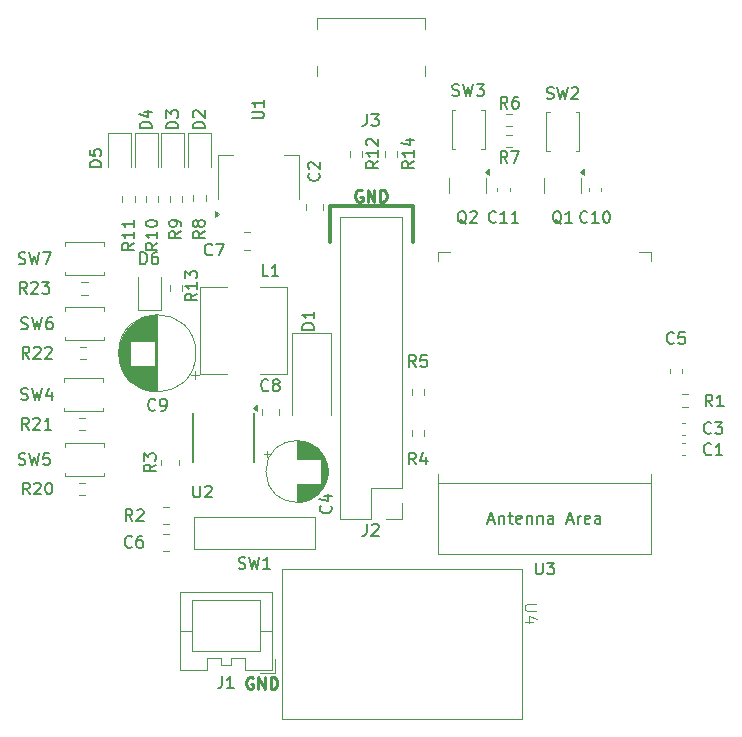
<source format=gbr>
%TF.GenerationSoftware,KiCad,Pcbnew,8.0.1*%
%TF.CreationDate,2024-04-19T02:29:26-07:00*%
%TF.ProjectId,ESP32C3_Upper,45535033-3243-4335-9f55-707065722e6b,rev?*%
%TF.SameCoordinates,Original*%
%TF.FileFunction,Legend,Top*%
%TF.FilePolarity,Positive*%
%FSLAX46Y46*%
G04 Gerber Fmt 4.6, Leading zero omitted, Abs format (unit mm)*
G04 Created by KiCad (PCBNEW 8.0.1) date 2024-04-19 02:29:26*
%MOMM*%
%LPD*%
G01*
G04 APERTURE LIST*
%ADD10C,0.250000*%
%ADD11C,0.300000*%
%ADD12C,0.150000*%
%ADD13C,0.100000*%
%ADD14C,0.120000*%
G04 APERTURE END LIST*
D10*
X139926377Y-126162238D02*
X139831139Y-126114619D01*
X139831139Y-126114619D02*
X139688282Y-126114619D01*
X139688282Y-126114619D02*
X139545425Y-126162238D01*
X139545425Y-126162238D02*
X139450187Y-126257476D01*
X139450187Y-126257476D02*
X139402568Y-126352714D01*
X139402568Y-126352714D02*
X139354949Y-126543190D01*
X139354949Y-126543190D02*
X139354949Y-126686047D01*
X139354949Y-126686047D02*
X139402568Y-126876523D01*
X139402568Y-126876523D02*
X139450187Y-126971761D01*
X139450187Y-126971761D02*
X139545425Y-127067000D01*
X139545425Y-127067000D02*
X139688282Y-127114619D01*
X139688282Y-127114619D02*
X139783520Y-127114619D01*
X139783520Y-127114619D02*
X139926377Y-127067000D01*
X139926377Y-127067000D02*
X139973996Y-127019380D01*
X139973996Y-127019380D02*
X139973996Y-126686047D01*
X139973996Y-126686047D02*
X139783520Y-126686047D01*
X140402568Y-127114619D02*
X140402568Y-126114619D01*
X140402568Y-126114619D02*
X140973996Y-127114619D01*
X140973996Y-127114619D02*
X140973996Y-126114619D01*
X141450187Y-127114619D02*
X141450187Y-126114619D01*
X141450187Y-126114619D02*
X141688282Y-126114619D01*
X141688282Y-126114619D02*
X141831139Y-126162238D01*
X141831139Y-126162238D02*
X141926377Y-126257476D01*
X141926377Y-126257476D02*
X141973996Y-126352714D01*
X141973996Y-126352714D02*
X142021615Y-126543190D01*
X142021615Y-126543190D02*
X142021615Y-126686047D01*
X142021615Y-126686047D02*
X141973996Y-126876523D01*
X141973996Y-126876523D02*
X141926377Y-126971761D01*
X141926377Y-126971761D02*
X141831139Y-127067000D01*
X141831139Y-127067000D02*
X141688282Y-127114619D01*
X141688282Y-127114619D02*
X141450187Y-127114619D01*
D11*
X146500000Y-86250000D02*
X153500000Y-86250000D01*
X146500000Y-86250000D02*
X146500000Y-89250000D01*
X153500000Y-86250000D02*
X153500000Y-89250000D01*
D10*
X149176377Y-84912238D02*
X149081139Y-84864619D01*
X149081139Y-84864619D02*
X148938282Y-84864619D01*
X148938282Y-84864619D02*
X148795425Y-84912238D01*
X148795425Y-84912238D02*
X148700187Y-85007476D01*
X148700187Y-85007476D02*
X148652568Y-85102714D01*
X148652568Y-85102714D02*
X148604949Y-85293190D01*
X148604949Y-85293190D02*
X148604949Y-85436047D01*
X148604949Y-85436047D02*
X148652568Y-85626523D01*
X148652568Y-85626523D02*
X148700187Y-85721761D01*
X148700187Y-85721761D02*
X148795425Y-85817000D01*
X148795425Y-85817000D02*
X148938282Y-85864619D01*
X148938282Y-85864619D02*
X149033520Y-85864619D01*
X149033520Y-85864619D02*
X149176377Y-85817000D01*
X149176377Y-85817000D02*
X149223996Y-85769380D01*
X149223996Y-85769380D02*
X149223996Y-85436047D01*
X149223996Y-85436047D02*
X149033520Y-85436047D01*
X149652568Y-85864619D02*
X149652568Y-84864619D01*
X149652568Y-84864619D02*
X150223996Y-85864619D01*
X150223996Y-85864619D02*
X150223996Y-84864619D01*
X150700187Y-85864619D02*
X150700187Y-84864619D01*
X150700187Y-84864619D02*
X150938282Y-84864619D01*
X150938282Y-84864619D02*
X151081139Y-84912238D01*
X151081139Y-84912238D02*
X151176377Y-85007476D01*
X151176377Y-85007476D02*
X151223996Y-85102714D01*
X151223996Y-85102714D02*
X151271615Y-85293190D01*
X151271615Y-85293190D02*
X151271615Y-85436047D01*
X151271615Y-85436047D02*
X151223996Y-85626523D01*
X151223996Y-85626523D02*
X151176377Y-85721761D01*
X151176377Y-85721761D02*
X151081139Y-85817000D01*
X151081139Y-85817000D02*
X150938282Y-85864619D01*
X150938282Y-85864619D02*
X150700187Y-85864619D01*
D12*
X150544819Y-82430357D02*
X150068628Y-82763690D01*
X150544819Y-83001785D02*
X149544819Y-83001785D01*
X149544819Y-83001785D02*
X149544819Y-82620833D01*
X149544819Y-82620833D02*
X149592438Y-82525595D01*
X149592438Y-82525595D02*
X149640057Y-82477976D01*
X149640057Y-82477976D02*
X149735295Y-82430357D01*
X149735295Y-82430357D02*
X149878152Y-82430357D01*
X149878152Y-82430357D02*
X149973390Y-82477976D01*
X149973390Y-82477976D02*
X150021009Y-82525595D01*
X150021009Y-82525595D02*
X150068628Y-82620833D01*
X150068628Y-82620833D02*
X150068628Y-83001785D01*
X150544819Y-81477976D02*
X150544819Y-82049404D01*
X150544819Y-81763690D02*
X149544819Y-81763690D01*
X149544819Y-81763690D02*
X149687676Y-81858928D01*
X149687676Y-81858928D02*
X149782914Y-81954166D01*
X149782914Y-81954166D02*
X149830533Y-82049404D01*
X149640057Y-81097023D02*
X149592438Y-81049404D01*
X149592438Y-81049404D02*
X149544819Y-80954166D01*
X149544819Y-80954166D02*
X149544819Y-80716071D01*
X149544819Y-80716071D02*
X149592438Y-80620833D01*
X149592438Y-80620833D02*
X149640057Y-80573214D01*
X149640057Y-80573214D02*
X149735295Y-80525595D01*
X149735295Y-80525595D02*
X149830533Y-80525595D01*
X149830533Y-80525595D02*
X149973390Y-80573214D01*
X149973390Y-80573214D02*
X150544819Y-81144642D01*
X150544819Y-81144642D02*
X150544819Y-80525595D01*
X139864819Y-78811904D02*
X140674342Y-78811904D01*
X140674342Y-78811904D02*
X140769580Y-78764285D01*
X140769580Y-78764285D02*
X140817200Y-78716666D01*
X140817200Y-78716666D02*
X140864819Y-78621428D01*
X140864819Y-78621428D02*
X140864819Y-78430952D01*
X140864819Y-78430952D02*
X140817200Y-78335714D01*
X140817200Y-78335714D02*
X140769580Y-78288095D01*
X140769580Y-78288095D02*
X140674342Y-78240476D01*
X140674342Y-78240476D02*
X139864819Y-78240476D01*
X140864819Y-77240476D02*
X140864819Y-77811904D01*
X140864819Y-77526190D02*
X139864819Y-77526190D01*
X139864819Y-77526190D02*
X140007676Y-77621428D01*
X140007676Y-77621428D02*
X140102914Y-77716666D01*
X140102914Y-77716666D02*
X140150533Y-77811904D01*
X153738333Y-108114819D02*
X153405000Y-107638628D01*
X153166905Y-108114819D02*
X153166905Y-107114819D01*
X153166905Y-107114819D02*
X153547857Y-107114819D01*
X153547857Y-107114819D02*
X153643095Y-107162438D01*
X153643095Y-107162438D02*
X153690714Y-107210057D01*
X153690714Y-107210057D02*
X153738333Y-107305295D01*
X153738333Y-107305295D02*
X153738333Y-107448152D01*
X153738333Y-107448152D02*
X153690714Y-107543390D01*
X153690714Y-107543390D02*
X153643095Y-107591009D01*
X153643095Y-107591009D02*
X153547857Y-107638628D01*
X153547857Y-107638628D02*
X153166905Y-107638628D01*
X154595476Y-107448152D02*
X154595476Y-108114819D01*
X154357381Y-107067200D02*
X154119286Y-107781485D01*
X154119286Y-107781485D02*
X154738333Y-107781485D01*
X141243333Y-101809580D02*
X141195714Y-101857200D01*
X141195714Y-101857200D02*
X141052857Y-101904819D01*
X141052857Y-101904819D02*
X140957619Y-101904819D01*
X140957619Y-101904819D02*
X140814762Y-101857200D01*
X140814762Y-101857200D02*
X140719524Y-101761961D01*
X140719524Y-101761961D02*
X140671905Y-101666723D01*
X140671905Y-101666723D02*
X140624286Y-101476247D01*
X140624286Y-101476247D02*
X140624286Y-101333390D01*
X140624286Y-101333390D02*
X140671905Y-101142914D01*
X140671905Y-101142914D02*
X140719524Y-101047676D01*
X140719524Y-101047676D02*
X140814762Y-100952438D01*
X140814762Y-100952438D02*
X140957619Y-100904819D01*
X140957619Y-100904819D02*
X141052857Y-100904819D01*
X141052857Y-100904819D02*
X141195714Y-100952438D01*
X141195714Y-100952438D02*
X141243333Y-101000057D01*
X141814762Y-101333390D02*
X141719524Y-101285771D01*
X141719524Y-101285771D02*
X141671905Y-101238152D01*
X141671905Y-101238152D02*
X141624286Y-101142914D01*
X141624286Y-101142914D02*
X141624286Y-101095295D01*
X141624286Y-101095295D02*
X141671905Y-101000057D01*
X141671905Y-101000057D02*
X141719524Y-100952438D01*
X141719524Y-100952438D02*
X141814762Y-100904819D01*
X141814762Y-100904819D02*
X142005238Y-100904819D01*
X142005238Y-100904819D02*
X142100476Y-100952438D01*
X142100476Y-100952438D02*
X142148095Y-101000057D01*
X142148095Y-101000057D02*
X142195714Y-101095295D01*
X142195714Y-101095295D02*
X142195714Y-101142914D01*
X142195714Y-101142914D02*
X142148095Y-101238152D01*
X142148095Y-101238152D02*
X142100476Y-101285771D01*
X142100476Y-101285771D02*
X142005238Y-101333390D01*
X142005238Y-101333390D02*
X141814762Y-101333390D01*
X141814762Y-101333390D02*
X141719524Y-101381009D01*
X141719524Y-101381009D02*
X141671905Y-101428628D01*
X141671905Y-101428628D02*
X141624286Y-101523866D01*
X141624286Y-101523866D02*
X141624286Y-101714342D01*
X141624286Y-101714342D02*
X141671905Y-101809580D01*
X141671905Y-101809580D02*
X141719524Y-101857200D01*
X141719524Y-101857200D02*
X141814762Y-101904819D01*
X141814762Y-101904819D02*
X142005238Y-101904819D01*
X142005238Y-101904819D02*
X142100476Y-101857200D01*
X142100476Y-101857200D02*
X142148095Y-101809580D01*
X142148095Y-101809580D02*
X142195714Y-101714342D01*
X142195714Y-101714342D02*
X142195714Y-101523866D01*
X142195714Y-101523866D02*
X142148095Y-101428628D01*
X142148095Y-101428628D02*
X142100476Y-101381009D01*
X142100476Y-101381009D02*
X142005238Y-101333390D01*
X156826667Y-76857200D02*
X156969524Y-76904819D01*
X156969524Y-76904819D02*
X157207619Y-76904819D01*
X157207619Y-76904819D02*
X157302857Y-76857200D01*
X157302857Y-76857200D02*
X157350476Y-76809580D01*
X157350476Y-76809580D02*
X157398095Y-76714342D01*
X157398095Y-76714342D02*
X157398095Y-76619104D01*
X157398095Y-76619104D02*
X157350476Y-76523866D01*
X157350476Y-76523866D02*
X157302857Y-76476247D01*
X157302857Y-76476247D02*
X157207619Y-76428628D01*
X157207619Y-76428628D02*
X157017143Y-76381009D01*
X157017143Y-76381009D02*
X156921905Y-76333390D01*
X156921905Y-76333390D02*
X156874286Y-76285771D01*
X156874286Y-76285771D02*
X156826667Y-76190533D01*
X156826667Y-76190533D02*
X156826667Y-76095295D01*
X156826667Y-76095295D02*
X156874286Y-76000057D01*
X156874286Y-76000057D02*
X156921905Y-75952438D01*
X156921905Y-75952438D02*
X157017143Y-75904819D01*
X157017143Y-75904819D02*
X157255238Y-75904819D01*
X157255238Y-75904819D02*
X157398095Y-75952438D01*
X157731429Y-75904819D02*
X157969524Y-76904819D01*
X157969524Y-76904819D02*
X158160000Y-76190533D01*
X158160000Y-76190533D02*
X158350476Y-76904819D01*
X158350476Y-76904819D02*
X158588572Y-75904819D01*
X158874286Y-75904819D02*
X159493333Y-75904819D01*
X159493333Y-75904819D02*
X159160000Y-76285771D01*
X159160000Y-76285771D02*
X159302857Y-76285771D01*
X159302857Y-76285771D02*
X159398095Y-76333390D01*
X159398095Y-76333390D02*
X159445714Y-76381009D01*
X159445714Y-76381009D02*
X159493333Y-76476247D01*
X159493333Y-76476247D02*
X159493333Y-76714342D01*
X159493333Y-76714342D02*
X159445714Y-76809580D01*
X159445714Y-76809580D02*
X159398095Y-76857200D01*
X159398095Y-76857200D02*
X159302857Y-76904819D01*
X159302857Y-76904819D02*
X159017143Y-76904819D01*
X159017143Y-76904819D02*
X158921905Y-76857200D01*
X158921905Y-76857200D02*
X158874286Y-76809580D01*
X178743333Y-107224580D02*
X178695714Y-107272200D01*
X178695714Y-107272200D02*
X178552857Y-107319819D01*
X178552857Y-107319819D02*
X178457619Y-107319819D01*
X178457619Y-107319819D02*
X178314762Y-107272200D01*
X178314762Y-107272200D02*
X178219524Y-107176961D01*
X178219524Y-107176961D02*
X178171905Y-107081723D01*
X178171905Y-107081723D02*
X178124286Y-106891247D01*
X178124286Y-106891247D02*
X178124286Y-106748390D01*
X178124286Y-106748390D02*
X178171905Y-106557914D01*
X178171905Y-106557914D02*
X178219524Y-106462676D01*
X178219524Y-106462676D02*
X178314762Y-106367438D01*
X178314762Y-106367438D02*
X178457619Y-106319819D01*
X178457619Y-106319819D02*
X178552857Y-106319819D01*
X178552857Y-106319819D02*
X178695714Y-106367438D01*
X178695714Y-106367438D02*
X178743333Y-106415057D01*
X179695714Y-107319819D02*
X179124286Y-107319819D01*
X179410000Y-107319819D02*
X179410000Y-106319819D01*
X179410000Y-106319819D02*
X179314762Y-106462676D01*
X179314762Y-106462676D02*
X179219524Y-106557914D01*
X179219524Y-106557914D02*
X179124286Y-106605533D01*
X129693333Y-115059580D02*
X129645714Y-115107200D01*
X129645714Y-115107200D02*
X129502857Y-115154819D01*
X129502857Y-115154819D02*
X129407619Y-115154819D01*
X129407619Y-115154819D02*
X129264762Y-115107200D01*
X129264762Y-115107200D02*
X129169524Y-115011961D01*
X129169524Y-115011961D02*
X129121905Y-114916723D01*
X129121905Y-114916723D02*
X129074286Y-114726247D01*
X129074286Y-114726247D02*
X129074286Y-114583390D01*
X129074286Y-114583390D02*
X129121905Y-114392914D01*
X129121905Y-114392914D02*
X129169524Y-114297676D01*
X129169524Y-114297676D02*
X129264762Y-114202438D01*
X129264762Y-114202438D02*
X129407619Y-114154819D01*
X129407619Y-114154819D02*
X129502857Y-114154819D01*
X129502857Y-114154819D02*
X129645714Y-114202438D01*
X129645714Y-114202438D02*
X129693333Y-114250057D01*
X130550476Y-114154819D02*
X130360000Y-114154819D01*
X130360000Y-114154819D02*
X130264762Y-114202438D01*
X130264762Y-114202438D02*
X130217143Y-114250057D01*
X130217143Y-114250057D02*
X130121905Y-114392914D01*
X130121905Y-114392914D02*
X130074286Y-114583390D01*
X130074286Y-114583390D02*
X130074286Y-114964342D01*
X130074286Y-114964342D02*
X130121905Y-115059580D01*
X130121905Y-115059580D02*
X130169524Y-115107200D01*
X130169524Y-115107200D02*
X130264762Y-115154819D01*
X130264762Y-115154819D02*
X130455238Y-115154819D01*
X130455238Y-115154819D02*
X130550476Y-115107200D01*
X130550476Y-115107200D02*
X130598095Y-115059580D01*
X130598095Y-115059580D02*
X130645714Y-114964342D01*
X130645714Y-114964342D02*
X130645714Y-114726247D01*
X130645714Y-114726247D02*
X130598095Y-114631009D01*
X130598095Y-114631009D02*
X130550476Y-114583390D01*
X130550476Y-114583390D02*
X130455238Y-114535771D01*
X130455238Y-114535771D02*
X130264762Y-114535771D01*
X130264762Y-114535771D02*
X130169524Y-114583390D01*
X130169524Y-114583390D02*
X130121905Y-114631009D01*
X130121905Y-114631009D02*
X130074286Y-114726247D01*
X120792142Y-93654819D02*
X120458809Y-93178628D01*
X120220714Y-93654819D02*
X120220714Y-92654819D01*
X120220714Y-92654819D02*
X120601666Y-92654819D01*
X120601666Y-92654819D02*
X120696904Y-92702438D01*
X120696904Y-92702438D02*
X120744523Y-92750057D01*
X120744523Y-92750057D02*
X120792142Y-92845295D01*
X120792142Y-92845295D02*
X120792142Y-92988152D01*
X120792142Y-92988152D02*
X120744523Y-93083390D01*
X120744523Y-93083390D02*
X120696904Y-93131009D01*
X120696904Y-93131009D02*
X120601666Y-93178628D01*
X120601666Y-93178628D02*
X120220714Y-93178628D01*
X121173095Y-92750057D02*
X121220714Y-92702438D01*
X121220714Y-92702438D02*
X121315952Y-92654819D01*
X121315952Y-92654819D02*
X121554047Y-92654819D01*
X121554047Y-92654819D02*
X121649285Y-92702438D01*
X121649285Y-92702438D02*
X121696904Y-92750057D01*
X121696904Y-92750057D02*
X121744523Y-92845295D01*
X121744523Y-92845295D02*
X121744523Y-92940533D01*
X121744523Y-92940533D02*
X121696904Y-93083390D01*
X121696904Y-93083390D02*
X121125476Y-93654819D01*
X121125476Y-93654819D02*
X121744523Y-93654819D01*
X122077857Y-92654819D02*
X122696904Y-92654819D01*
X122696904Y-92654819D02*
X122363571Y-93035771D01*
X122363571Y-93035771D02*
X122506428Y-93035771D01*
X122506428Y-93035771D02*
X122601666Y-93083390D01*
X122601666Y-93083390D02*
X122649285Y-93131009D01*
X122649285Y-93131009D02*
X122696904Y-93226247D01*
X122696904Y-93226247D02*
X122696904Y-93464342D01*
X122696904Y-93464342D02*
X122649285Y-93559580D01*
X122649285Y-93559580D02*
X122601666Y-93607200D01*
X122601666Y-93607200D02*
X122506428Y-93654819D01*
X122506428Y-93654819D02*
X122220714Y-93654819D01*
X122220714Y-93654819D02*
X122125476Y-93607200D01*
X122125476Y-93607200D02*
X122077857Y-93559580D01*
X135864819Y-79663094D02*
X134864819Y-79663094D01*
X134864819Y-79663094D02*
X134864819Y-79424999D01*
X134864819Y-79424999D02*
X134912438Y-79282142D01*
X134912438Y-79282142D02*
X135007676Y-79186904D01*
X135007676Y-79186904D02*
X135102914Y-79139285D01*
X135102914Y-79139285D02*
X135293390Y-79091666D01*
X135293390Y-79091666D02*
X135436247Y-79091666D01*
X135436247Y-79091666D02*
X135626723Y-79139285D01*
X135626723Y-79139285D02*
X135721961Y-79186904D01*
X135721961Y-79186904D02*
X135817200Y-79282142D01*
X135817200Y-79282142D02*
X135864819Y-79424999D01*
X135864819Y-79424999D02*
X135864819Y-79663094D01*
X134960057Y-78710713D02*
X134912438Y-78663094D01*
X134912438Y-78663094D02*
X134864819Y-78567856D01*
X134864819Y-78567856D02*
X134864819Y-78329761D01*
X134864819Y-78329761D02*
X134912438Y-78234523D01*
X134912438Y-78234523D02*
X134960057Y-78186904D01*
X134960057Y-78186904D02*
X135055295Y-78139285D01*
X135055295Y-78139285D02*
X135150533Y-78139285D01*
X135150533Y-78139285D02*
X135293390Y-78186904D01*
X135293390Y-78186904D02*
X135864819Y-78758332D01*
X135864819Y-78758332D02*
X135864819Y-78139285D01*
X131714819Y-108116666D02*
X131238628Y-108449999D01*
X131714819Y-108688094D02*
X130714819Y-108688094D01*
X130714819Y-108688094D02*
X130714819Y-108307142D01*
X130714819Y-108307142D02*
X130762438Y-108211904D01*
X130762438Y-108211904D02*
X130810057Y-108164285D01*
X130810057Y-108164285D02*
X130905295Y-108116666D01*
X130905295Y-108116666D02*
X131048152Y-108116666D01*
X131048152Y-108116666D02*
X131143390Y-108164285D01*
X131143390Y-108164285D02*
X131191009Y-108211904D01*
X131191009Y-108211904D02*
X131238628Y-108307142D01*
X131238628Y-108307142D02*
X131238628Y-108688094D01*
X130714819Y-107783332D02*
X130714819Y-107164285D01*
X130714819Y-107164285D02*
X131095771Y-107497618D01*
X131095771Y-107497618D02*
X131095771Y-107354761D01*
X131095771Y-107354761D02*
X131143390Y-107259523D01*
X131143390Y-107259523D02*
X131191009Y-107211904D01*
X131191009Y-107211904D02*
X131286247Y-107164285D01*
X131286247Y-107164285D02*
X131524342Y-107164285D01*
X131524342Y-107164285D02*
X131619580Y-107211904D01*
X131619580Y-107211904D02*
X131667200Y-107259523D01*
X131667200Y-107259523D02*
X131714819Y-107354761D01*
X131714819Y-107354761D02*
X131714819Y-107640475D01*
X131714819Y-107640475D02*
X131667200Y-107735713D01*
X131667200Y-107735713D02*
X131619580Y-107783332D01*
X135204819Y-93642857D02*
X134728628Y-93976190D01*
X135204819Y-94214285D02*
X134204819Y-94214285D01*
X134204819Y-94214285D02*
X134204819Y-93833333D01*
X134204819Y-93833333D02*
X134252438Y-93738095D01*
X134252438Y-93738095D02*
X134300057Y-93690476D01*
X134300057Y-93690476D02*
X134395295Y-93642857D01*
X134395295Y-93642857D02*
X134538152Y-93642857D01*
X134538152Y-93642857D02*
X134633390Y-93690476D01*
X134633390Y-93690476D02*
X134681009Y-93738095D01*
X134681009Y-93738095D02*
X134728628Y-93833333D01*
X134728628Y-93833333D02*
X134728628Y-94214285D01*
X135204819Y-92690476D02*
X135204819Y-93261904D01*
X135204819Y-92976190D02*
X134204819Y-92976190D01*
X134204819Y-92976190D02*
X134347676Y-93071428D01*
X134347676Y-93071428D02*
X134442914Y-93166666D01*
X134442914Y-93166666D02*
X134490533Y-93261904D01*
X134204819Y-92357142D02*
X134204819Y-91738095D01*
X134204819Y-91738095D02*
X134585771Y-92071428D01*
X134585771Y-92071428D02*
X134585771Y-91928571D01*
X134585771Y-91928571D02*
X134633390Y-91833333D01*
X134633390Y-91833333D02*
X134681009Y-91785714D01*
X134681009Y-91785714D02*
X134776247Y-91738095D01*
X134776247Y-91738095D02*
X135014342Y-91738095D01*
X135014342Y-91738095D02*
X135109580Y-91785714D01*
X135109580Y-91785714D02*
X135157200Y-91833333D01*
X135157200Y-91833333D02*
X135204819Y-91928571D01*
X135204819Y-91928571D02*
X135204819Y-92214285D01*
X135204819Y-92214285D02*
X135157200Y-92309523D01*
X135157200Y-92309523D02*
X135109580Y-92357142D01*
X131864819Y-89342857D02*
X131388628Y-89676190D01*
X131864819Y-89914285D02*
X130864819Y-89914285D01*
X130864819Y-89914285D02*
X130864819Y-89533333D01*
X130864819Y-89533333D02*
X130912438Y-89438095D01*
X130912438Y-89438095D02*
X130960057Y-89390476D01*
X130960057Y-89390476D02*
X131055295Y-89342857D01*
X131055295Y-89342857D02*
X131198152Y-89342857D01*
X131198152Y-89342857D02*
X131293390Y-89390476D01*
X131293390Y-89390476D02*
X131341009Y-89438095D01*
X131341009Y-89438095D02*
X131388628Y-89533333D01*
X131388628Y-89533333D02*
X131388628Y-89914285D01*
X131864819Y-88390476D02*
X131864819Y-88961904D01*
X131864819Y-88676190D02*
X130864819Y-88676190D01*
X130864819Y-88676190D02*
X131007676Y-88771428D01*
X131007676Y-88771428D02*
X131102914Y-88866666D01*
X131102914Y-88866666D02*
X131150533Y-88961904D01*
X130864819Y-87771428D02*
X130864819Y-87676190D01*
X130864819Y-87676190D02*
X130912438Y-87580952D01*
X130912438Y-87580952D02*
X130960057Y-87533333D01*
X130960057Y-87533333D02*
X131055295Y-87485714D01*
X131055295Y-87485714D02*
X131245771Y-87438095D01*
X131245771Y-87438095D02*
X131483866Y-87438095D01*
X131483866Y-87438095D02*
X131674342Y-87485714D01*
X131674342Y-87485714D02*
X131769580Y-87533333D01*
X131769580Y-87533333D02*
X131817200Y-87580952D01*
X131817200Y-87580952D02*
X131864819Y-87676190D01*
X131864819Y-87676190D02*
X131864819Y-87771428D01*
X131864819Y-87771428D02*
X131817200Y-87866666D01*
X131817200Y-87866666D02*
X131769580Y-87914285D01*
X131769580Y-87914285D02*
X131674342Y-87961904D01*
X131674342Y-87961904D02*
X131483866Y-88009523D01*
X131483866Y-88009523D02*
X131245771Y-88009523D01*
X131245771Y-88009523D02*
X131055295Y-87961904D01*
X131055295Y-87961904D02*
X130960057Y-87914285D01*
X130960057Y-87914285D02*
X130912438Y-87866666D01*
X130912438Y-87866666D02*
X130864819Y-87771428D01*
D13*
X163952580Y-119938095D02*
X163143057Y-119938095D01*
X163143057Y-119938095D02*
X163047819Y-119985714D01*
X163047819Y-119985714D02*
X163000200Y-120033333D01*
X163000200Y-120033333D02*
X162952580Y-120128571D01*
X162952580Y-120128571D02*
X162952580Y-120319047D01*
X162952580Y-120319047D02*
X163000200Y-120414285D01*
X163000200Y-120414285D02*
X163047819Y-120461904D01*
X163047819Y-120461904D02*
X163143057Y-120509523D01*
X163143057Y-120509523D02*
X163952580Y-120509523D01*
X163619247Y-121414285D02*
X162952580Y-121414285D01*
X164000200Y-121176190D02*
X163285914Y-120938095D01*
X163285914Y-120938095D02*
X163285914Y-121557142D01*
D12*
X120101667Y-91107200D02*
X120244524Y-91154819D01*
X120244524Y-91154819D02*
X120482619Y-91154819D01*
X120482619Y-91154819D02*
X120577857Y-91107200D01*
X120577857Y-91107200D02*
X120625476Y-91059580D01*
X120625476Y-91059580D02*
X120673095Y-90964342D01*
X120673095Y-90964342D02*
X120673095Y-90869104D01*
X120673095Y-90869104D02*
X120625476Y-90773866D01*
X120625476Y-90773866D02*
X120577857Y-90726247D01*
X120577857Y-90726247D02*
X120482619Y-90678628D01*
X120482619Y-90678628D02*
X120292143Y-90631009D01*
X120292143Y-90631009D02*
X120196905Y-90583390D01*
X120196905Y-90583390D02*
X120149286Y-90535771D01*
X120149286Y-90535771D02*
X120101667Y-90440533D01*
X120101667Y-90440533D02*
X120101667Y-90345295D01*
X120101667Y-90345295D02*
X120149286Y-90250057D01*
X120149286Y-90250057D02*
X120196905Y-90202438D01*
X120196905Y-90202438D02*
X120292143Y-90154819D01*
X120292143Y-90154819D02*
X120530238Y-90154819D01*
X120530238Y-90154819D02*
X120673095Y-90202438D01*
X121006429Y-90154819D02*
X121244524Y-91154819D01*
X121244524Y-91154819D02*
X121435000Y-90440533D01*
X121435000Y-90440533D02*
X121625476Y-91154819D01*
X121625476Y-91154819D02*
X121863572Y-90154819D01*
X122149286Y-90154819D02*
X122815952Y-90154819D01*
X122815952Y-90154819D02*
X122387381Y-91154819D01*
X145114819Y-96688094D02*
X144114819Y-96688094D01*
X144114819Y-96688094D02*
X144114819Y-96449999D01*
X144114819Y-96449999D02*
X144162438Y-96307142D01*
X144162438Y-96307142D02*
X144257676Y-96211904D01*
X144257676Y-96211904D02*
X144352914Y-96164285D01*
X144352914Y-96164285D02*
X144543390Y-96116666D01*
X144543390Y-96116666D02*
X144686247Y-96116666D01*
X144686247Y-96116666D02*
X144876723Y-96164285D01*
X144876723Y-96164285D02*
X144971961Y-96211904D01*
X144971961Y-96211904D02*
X145067200Y-96307142D01*
X145067200Y-96307142D02*
X145114819Y-96449999D01*
X145114819Y-96449999D02*
X145114819Y-96688094D01*
X145114819Y-95164285D02*
X145114819Y-95735713D01*
X145114819Y-95449999D02*
X144114819Y-95449999D01*
X144114819Y-95449999D02*
X144257676Y-95545237D01*
X144257676Y-95545237D02*
X144352914Y-95640475D01*
X144352914Y-95640475D02*
X144400533Y-95735713D01*
X166064761Y-87750057D02*
X165969523Y-87702438D01*
X165969523Y-87702438D02*
X165874285Y-87607200D01*
X165874285Y-87607200D02*
X165731428Y-87464342D01*
X165731428Y-87464342D02*
X165636190Y-87416723D01*
X165636190Y-87416723D02*
X165540952Y-87416723D01*
X165588571Y-87654819D02*
X165493333Y-87607200D01*
X165493333Y-87607200D02*
X165398095Y-87511961D01*
X165398095Y-87511961D02*
X165350476Y-87321485D01*
X165350476Y-87321485D02*
X165350476Y-86988152D01*
X165350476Y-86988152D02*
X165398095Y-86797676D01*
X165398095Y-86797676D02*
X165493333Y-86702438D01*
X165493333Y-86702438D02*
X165588571Y-86654819D01*
X165588571Y-86654819D02*
X165779047Y-86654819D01*
X165779047Y-86654819D02*
X165874285Y-86702438D01*
X165874285Y-86702438D02*
X165969523Y-86797676D01*
X165969523Y-86797676D02*
X166017142Y-86988152D01*
X166017142Y-86988152D02*
X166017142Y-87321485D01*
X166017142Y-87321485D02*
X165969523Y-87511961D01*
X165969523Y-87511961D02*
X165874285Y-87607200D01*
X165874285Y-87607200D02*
X165779047Y-87654819D01*
X165779047Y-87654819D02*
X165588571Y-87654819D01*
X166969523Y-87654819D02*
X166398095Y-87654819D01*
X166683809Y-87654819D02*
X166683809Y-86654819D01*
X166683809Y-86654819D02*
X166588571Y-86797676D01*
X166588571Y-86797676D02*
X166493333Y-86892914D01*
X166493333Y-86892914D02*
X166398095Y-86940533D01*
X120326667Y-96607200D02*
X120469524Y-96654819D01*
X120469524Y-96654819D02*
X120707619Y-96654819D01*
X120707619Y-96654819D02*
X120802857Y-96607200D01*
X120802857Y-96607200D02*
X120850476Y-96559580D01*
X120850476Y-96559580D02*
X120898095Y-96464342D01*
X120898095Y-96464342D02*
X120898095Y-96369104D01*
X120898095Y-96369104D02*
X120850476Y-96273866D01*
X120850476Y-96273866D02*
X120802857Y-96226247D01*
X120802857Y-96226247D02*
X120707619Y-96178628D01*
X120707619Y-96178628D02*
X120517143Y-96131009D01*
X120517143Y-96131009D02*
X120421905Y-96083390D01*
X120421905Y-96083390D02*
X120374286Y-96035771D01*
X120374286Y-96035771D02*
X120326667Y-95940533D01*
X120326667Y-95940533D02*
X120326667Y-95845295D01*
X120326667Y-95845295D02*
X120374286Y-95750057D01*
X120374286Y-95750057D02*
X120421905Y-95702438D01*
X120421905Y-95702438D02*
X120517143Y-95654819D01*
X120517143Y-95654819D02*
X120755238Y-95654819D01*
X120755238Y-95654819D02*
X120898095Y-95702438D01*
X121231429Y-95654819D02*
X121469524Y-96654819D01*
X121469524Y-96654819D02*
X121660000Y-95940533D01*
X121660000Y-95940533D02*
X121850476Y-96654819D01*
X121850476Y-96654819D02*
X122088572Y-95654819D01*
X122898095Y-95654819D02*
X122707619Y-95654819D01*
X122707619Y-95654819D02*
X122612381Y-95702438D01*
X122612381Y-95702438D02*
X122564762Y-95750057D01*
X122564762Y-95750057D02*
X122469524Y-95892914D01*
X122469524Y-95892914D02*
X122421905Y-96083390D01*
X122421905Y-96083390D02*
X122421905Y-96464342D01*
X122421905Y-96464342D02*
X122469524Y-96559580D01*
X122469524Y-96559580D02*
X122517143Y-96607200D01*
X122517143Y-96607200D02*
X122612381Y-96654819D01*
X122612381Y-96654819D02*
X122802857Y-96654819D01*
X122802857Y-96654819D02*
X122898095Y-96607200D01*
X122898095Y-96607200D02*
X122945714Y-96559580D01*
X122945714Y-96559580D02*
X122993333Y-96464342D01*
X122993333Y-96464342D02*
X122993333Y-96226247D01*
X122993333Y-96226247D02*
X122945714Y-96131009D01*
X122945714Y-96131009D02*
X122898095Y-96083390D01*
X122898095Y-96083390D02*
X122802857Y-96035771D01*
X122802857Y-96035771D02*
X122612381Y-96035771D01*
X122612381Y-96035771D02*
X122517143Y-96083390D01*
X122517143Y-96083390D02*
X122469524Y-96131009D01*
X122469524Y-96131009D02*
X122421905Y-96226247D01*
X149596666Y-113144819D02*
X149596666Y-113859104D01*
X149596666Y-113859104D02*
X149549047Y-114001961D01*
X149549047Y-114001961D02*
X149453809Y-114097200D01*
X149453809Y-114097200D02*
X149310952Y-114144819D01*
X149310952Y-114144819D02*
X149215714Y-114144819D01*
X150025238Y-113240057D02*
X150072857Y-113192438D01*
X150072857Y-113192438D02*
X150168095Y-113144819D01*
X150168095Y-113144819D02*
X150406190Y-113144819D01*
X150406190Y-113144819D02*
X150501428Y-113192438D01*
X150501428Y-113192438D02*
X150549047Y-113240057D01*
X150549047Y-113240057D02*
X150596666Y-113335295D01*
X150596666Y-113335295D02*
X150596666Y-113430533D01*
X150596666Y-113430533D02*
X150549047Y-113573390D01*
X150549047Y-113573390D02*
X149977619Y-114144819D01*
X149977619Y-114144819D02*
X150596666Y-114144819D01*
X175580833Y-97809580D02*
X175533214Y-97857200D01*
X175533214Y-97857200D02*
X175390357Y-97904819D01*
X175390357Y-97904819D02*
X175295119Y-97904819D01*
X175295119Y-97904819D02*
X175152262Y-97857200D01*
X175152262Y-97857200D02*
X175057024Y-97761961D01*
X175057024Y-97761961D02*
X175009405Y-97666723D01*
X175009405Y-97666723D02*
X174961786Y-97476247D01*
X174961786Y-97476247D02*
X174961786Y-97333390D01*
X174961786Y-97333390D02*
X175009405Y-97142914D01*
X175009405Y-97142914D02*
X175057024Y-97047676D01*
X175057024Y-97047676D02*
X175152262Y-96952438D01*
X175152262Y-96952438D02*
X175295119Y-96904819D01*
X175295119Y-96904819D02*
X175390357Y-96904819D01*
X175390357Y-96904819D02*
X175533214Y-96952438D01*
X175533214Y-96952438D02*
X175580833Y-97000057D01*
X176485595Y-96904819D02*
X176009405Y-96904819D01*
X176009405Y-96904819D02*
X175961786Y-97381009D01*
X175961786Y-97381009D02*
X176009405Y-97333390D01*
X176009405Y-97333390D02*
X176104643Y-97285771D01*
X176104643Y-97285771D02*
X176342738Y-97285771D01*
X176342738Y-97285771D02*
X176437976Y-97333390D01*
X176437976Y-97333390D02*
X176485595Y-97381009D01*
X176485595Y-97381009D02*
X176533214Y-97476247D01*
X176533214Y-97476247D02*
X176533214Y-97714342D01*
X176533214Y-97714342D02*
X176485595Y-97809580D01*
X176485595Y-97809580D02*
X176437976Y-97857200D01*
X176437976Y-97857200D02*
X176342738Y-97904819D01*
X176342738Y-97904819D02*
X176104643Y-97904819D01*
X176104643Y-97904819D02*
X176009405Y-97857200D01*
X176009405Y-97857200D02*
X175961786Y-97809580D01*
X134898095Y-109904819D02*
X134898095Y-110714342D01*
X134898095Y-110714342D02*
X134945714Y-110809580D01*
X134945714Y-110809580D02*
X134993333Y-110857200D01*
X134993333Y-110857200D02*
X135088571Y-110904819D01*
X135088571Y-110904819D02*
X135279047Y-110904819D01*
X135279047Y-110904819D02*
X135374285Y-110857200D01*
X135374285Y-110857200D02*
X135421904Y-110809580D01*
X135421904Y-110809580D02*
X135469523Y-110714342D01*
X135469523Y-110714342D02*
X135469523Y-109904819D01*
X135898095Y-110000057D02*
X135945714Y-109952438D01*
X135945714Y-109952438D02*
X136040952Y-109904819D01*
X136040952Y-109904819D02*
X136279047Y-109904819D01*
X136279047Y-109904819D02*
X136374285Y-109952438D01*
X136374285Y-109952438D02*
X136421904Y-110000057D01*
X136421904Y-110000057D02*
X136469523Y-110095295D01*
X136469523Y-110095295D02*
X136469523Y-110190533D01*
X136469523Y-110190533D02*
X136421904Y-110333390D01*
X136421904Y-110333390D02*
X135850476Y-110904819D01*
X135850476Y-110904819D02*
X136469523Y-110904819D01*
X120967142Y-105154819D02*
X120633809Y-104678628D01*
X120395714Y-105154819D02*
X120395714Y-104154819D01*
X120395714Y-104154819D02*
X120776666Y-104154819D01*
X120776666Y-104154819D02*
X120871904Y-104202438D01*
X120871904Y-104202438D02*
X120919523Y-104250057D01*
X120919523Y-104250057D02*
X120967142Y-104345295D01*
X120967142Y-104345295D02*
X120967142Y-104488152D01*
X120967142Y-104488152D02*
X120919523Y-104583390D01*
X120919523Y-104583390D02*
X120871904Y-104631009D01*
X120871904Y-104631009D02*
X120776666Y-104678628D01*
X120776666Y-104678628D02*
X120395714Y-104678628D01*
X121348095Y-104250057D02*
X121395714Y-104202438D01*
X121395714Y-104202438D02*
X121490952Y-104154819D01*
X121490952Y-104154819D02*
X121729047Y-104154819D01*
X121729047Y-104154819D02*
X121824285Y-104202438D01*
X121824285Y-104202438D02*
X121871904Y-104250057D01*
X121871904Y-104250057D02*
X121919523Y-104345295D01*
X121919523Y-104345295D02*
X121919523Y-104440533D01*
X121919523Y-104440533D02*
X121871904Y-104583390D01*
X121871904Y-104583390D02*
X121300476Y-105154819D01*
X121300476Y-105154819D02*
X121919523Y-105154819D01*
X122871904Y-105154819D02*
X122300476Y-105154819D01*
X122586190Y-105154819D02*
X122586190Y-104154819D01*
X122586190Y-104154819D02*
X122490952Y-104297676D01*
X122490952Y-104297676D02*
X122395714Y-104392914D01*
X122395714Y-104392914D02*
X122300476Y-104440533D01*
X141243333Y-92154819D02*
X140767143Y-92154819D01*
X140767143Y-92154819D02*
X140767143Y-91154819D01*
X142100476Y-92154819D02*
X141529048Y-92154819D01*
X141814762Y-92154819D02*
X141814762Y-91154819D01*
X141814762Y-91154819D02*
X141719524Y-91297676D01*
X141719524Y-91297676D02*
X141624286Y-91392914D01*
X141624286Y-91392914D02*
X141529048Y-91440533D01*
X121017142Y-99154819D02*
X120683809Y-98678628D01*
X120445714Y-99154819D02*
X120445714Y-98154819D01*
X120445714Y-98154819D02*
X120826666Y-98154819D01*
X120826666Y-98154819D02*
X120921904Y-98202438D01*
X120921904Y-98202438D02*
X120969523Y-98250057D01*
X120969523Y-98250057D02*
X121017142Y-98345295D01*
X121017142Y-98345295D02*
X121017142Y-98488152D01*
X121017142Y-98488152D02*
X120969523Y-98583390D01*
X120969523Y-98583390D02*
X120921904Y-98631009D01*
X120921904Y-98631009D02*
X120826666Y-98678628D01*
X120826666Y-98678628D02*
X120445714Y-98678628D01*
X121398095Y-98250057D02*
X121445714Y-98202438D01*
X121445714Y-98202438D02*
X121540952Y-98154819D01*
X121540952Y-98154819D02*
X121779047Y-98154819D01*
X121779047Y-98154819D02*
X121874285Y-98202438D01*
X121874285Y-98202438D02*
X121921904Y-98250057D01*
X121921904Y-98250057D02*
X121969523Y-98345295D01*
X121969523Y-98345295D02*
X121969523Y-98440533D01*
X121969523Y-98440533D02*
X121921904Y-98583390D01*
X121921904Y-98583390D02*
X121350476Y-99154819D01*
X121350476Y-99154819D02*
X121969523Y-99154819D01*
X122350476Y-98250057D02*
X122398095Y-98202438D01*
X122398095Y-98202438D02*
X122493333Y-98154819D01*
X122493333Y-98154819D02*
X122731428Y-98154819D01*
X122731428Y-98154819D02*
X122826666Y-98202438D01*
X122826666Y-98202438D02*
X122874285Y-98250057D01*
X122874285Y-98250057D02*
X122921904Y-98345295D01*
X122921904Y-98345295D02*
X122921904Y-98440533D01*
X122921904Y-98440533D02*
X122874285Y-98583390D01*
X122874285Y-98583390D02*
X122302857Y-99154819D01*
X122302857Y-99154819D02*
X122921904Y-99154819D01*
X168267142Y-87559580D02*
X168219523Y-87607200D01*
X168219523Y-87607200D02*
X168076666Y-87654819D01*
X168076666Y-87654819D02*
X167981428Y-87654819D01*
X167981428Y-87654819D02*
X167838571Y-87607200D01*
X167838571Y-87607200D02*
X167743333Y-87511961D01*
X167743333Y-87511961D02*
X167695714Y-87416723D01*
X167695714Y-87416723D02*
X167648095Y-87226247D01*
X167648095Y-87226247D02*
X167648095Y-87083390D01*
X167648095Y-87083390D02*
X167695714Y-86892914D01*
X167695714Y-86892914D02*
X167743333Y-86797676D01*
X167743333Y-86797676D02*
X167838571Y-86702438D01*
X167838571Y-86702438D02*
X167981428Y-86654819D01*
X167981428Y-86654819D02*
X168076666Y-86654819D01*
X168076666Y-86654819D02*
X168219523Y-86702438D01*
X168219523Y-86702438D02*
X168267142Y-86750057D01*
X169219523Y-87654819D02*
X168648095Y-87654819D01*
X168933809Y-87654819D02*
X168933809Y-86654819D01*
X168933809Y-86654819D02*
X168838571Y-86797676D01*
X168838571Y-86797676D02*
X168743333Y-86892914D01*
X168743333Y-86892914D02*
X168648095Y-86940533D01*
X169838571Y-86654819D02*
X169933809Y-86654819D01*
X169933809Y-86654819D02*
X170029047Y-86702438D01*
X170029047Y-86702438D02*
X170076666Y-86750057D01*
X170076666Y-86750057D02*
X170124285Y-86845295D01*
X170124285Y-86845295D02*
X170171904Y-87035771D01*
X170171904Y-87035771D02*
X170171904Y-87273866D01*
X170171904Y-87273866D02*
X170124285Y-87464342D01*
X170124285Y-87464342D02*
X170076666Y-87559580D01*
X170076666Y-87559580D02*
X170029047Y-87607200D01*
X170029047Y-87607200D02*
X169933809Y-87654819D01*
X169933809Y-87654819D02*
X169838571Y-87654819D01*
X169838571Y-87654819D02*
X169743333Y-87607200D01*
X169743333Y-87607200D02*
X169695714Y-87559580D01*
X169695714Y-87559580D02*
X169648095Y-87464342D01*
X169648095Y-87464342D02*
X169600476Y-87273866D01*
X169600476Y-87273866D02*
X169600476Y-87035771D01*
X169600476Y-87035771D02*
X169648095Y-86845295D01*
X169648095Y-86845295D02*
X169695714Y-86750057D01*
X169695714Y-86750057D02*
X169743333Y-86702438D01*
X169743333Y-86702438D02*
X169838571Y-86654819D01*
X136493333Y-90309580D02*
X136445714Y-90357200D01*
X136445714Y-90357200D02*
X136302857Y-90404819D01*
X136302857Y-90404819D02*
X136207619Y-90404819D01*
X136207619Y-90404819D02*
X136064762Y-90357200D01*
X136064762Y-90357200D02*
X135969524Y-90261961D01*
X135969524Y-90261961D02*
X135921905Y-90166723D01*
X135921905Y-90166723D02*
X135874286Y-89976247D01*
X135874286Y-89976247D02*
X135874286Y-89833390D01*
X135874286Y-89833390D02*
X135921905Y-89642914D01*
X135921905Y-89642914D02*
X135969524Y-89547676D01*
X135969524Y-89547676D02*
X136064762Y-89452438D01*
X136064762Y-89452438D02*
X136207619Y-89404819D01*
X136207619Y-89404819D02*
X136302857Y-89404819D01*
X136302857Y-89404819D02*
X136445714Y-89452438D01*
X136445714Y-89452438D02*
X136493333Y-89500057D01*
X136826667Y-89404819D02*
X137493333Y-89404819D01*
X137493333Y-89404819D02*
X137064762Y-90404819D01*
X153544819Y-82430357D02*
X153068628Y-82763690D01*
X153544819Y-83001785D02*
X152544819Y-83001785D01*
X152544819Y-83001785D02*
X152544819Y-82620833D01*
X152544819Y-82620833D02*
X152592438Y-82525595D01*
X152592438Y-82525595D02*
X152640057Y-82477976D01*
X152640057Y-82477976D02*
X152735295Y-82430357D01*
X152735295Y-82430357D02*
X152878152Y-82430357D01*
X152878152Y-82430357D02*
X152973390Y-82477976D01*
X152973390Y-82477976D02*
X153021009Y-82525595D01*
X153021009Y-82525595D02*
X153068628Y-82620833D01*
X153068628Y-82620833D02*
X153068628Y-83001785D01*
X153544819Y-81477976D02*
X153544819Y-82049404D01*
X153544819Y-81763690D02*
X152544819Y-81763690D01*
X152544819Y-81763690D02*
X152687676Y-81858928D01*
X152687676Y-81858928D02*
X152782914Y-81954166D01*
X152782914Y-81954166D02*
X152830533Y-82049404D01*
X152878152Y-80620833D02*
X153544819Y-80620833D01*
X152497200Y-80858928D02*
X153211485Y-81097023D01*
X153211485Y-81097023D02*
X153211485Y-80477976D01*
X160517142Y-87559580D02*
X160469523Y-87607200D01*
X160469523Y-87607200D02*
X160326666Y-87654819D01*
X160326666Y-87654819D02*
X160231428Y-87654819D01*
X160231428Y-87654819D02*
X160088571Y-87607200D01*
X160088571Y-87607200D02*
X159993333Y-87511961D01*
X159993333Y-87511961D02*
X159945714Y-87416723D01*
X159945714Y-87416723D02*
X159898095Y-87226247D01*
X159898095Y-87226247D02*
X159898095Y-87083390D01*
X159898095Y-87083390D02*
X159945714Y-86892914D01*
X159945714Y-86892914D02*
X159993333Y-86797676D01*
X159993333Y-86797676D02*
X160088571Y-86702438D01*
X160088571Y-86702438D02*
X160231428Y-86654819D01*
X160231428Y-86654819D02*
X160326666Y-86654819D01*
X160326666Y-86654819D02*
X160469523Y-86702438D01*
X160469523Y-86702438D02*
X160517142Y-86750057D01*
X161469523Y-87654819D02*
X160898095Y-87654819D01*
X161183809Y-87654819D02*
X161183809Y-86654819D01*
X161183809Y-86654819D02*
X161088571Y-86797676D01*
X161088571Y-86797676D02*
X160993333Y-86892914D01*
X160993333Y-86892914D02*
X160898095Y-86940533D01*
X162421904Y-87654819D02*
X161850476Y-87654819D01*
X162136190Y-87654819D02*
X162136190Y-86654819D01*
X162136190Y-86654819D02*
X162040952Y-86797676D01*
X162040952Y-86797676D02*
X161945714Y-86892914D01*
X161945714Y-86892914D02*
X161850476Y-86940533D01*
X120101667Y-108107200D02*
X120244524Y-108154819D01*
X120244524Y-108154819D02*
X120482619Y-108154819D01*
X120482619Y-108154819D02*
X120577857Y-108107200D01*
X120577857Y-108107200D02*
X120625476Y-108059580D01*
X120625476Y-108059580D02*
X120673095Y-107964342D01*
X120673095Y-107964342D02*
X120673095Y-107869104D01*
X120673095Y-107869104D02*
X120625476Y-107773866D01*
X120625476Y-107773866D02*
X120577857Y-107726247D01*
X120577857Y-107726247D02*
X120482619Y-107678628D01*
X120482619Y-107678628D02*
X120292143Y-107631009D01*
X120292143Y-107631009D02*
X120196905Y-107583390D01*
X120196905Y-107583390D02*
X120149286Y-107535771D01*
X120149286Y-107535771D02*
X120101667Y-107440533D01*
X120101667Y-107440533D02*
X120101667Y-107345295D01*
X120101667Y-107345295D02*
X120149286Y-107250057D01*
X120149286Y-107250057D02*
X120196905Y-107202438D01*
X120196905Y-107202438D02*
X120292143Y-107154819D01*
X120292143Y-107154819D02*
X120530238Y-107154819D01*
X120530238Y-107154819D02*
X120673095Y-107202438D01*
X121006429Y-107154819D02*
X121244524Y-108154819D01*
X121244524Y-108154819D02*
X121435000Y-107440533D01*
X121435000Y-107440533D02*
X121625476Y-108154819D01*
X121625476Y-108154819D02*
X121863572Y-107154819D01*
X122720714Y-107154819D02*
X122244524Y-107154819D01*
X122244524Y-107154819D02*
X122196905Y-107631009D01*
X122196905Y-107631009D02*
X122244524Y-107583390D01*
X122244524Y-107583390D02*
X122339762Y-107535771D01*
X122339762Y-107535771D02*
X122577857Y-107535771D01*
X122577857Y-107535771D02*
X122673095Y-107583390D01*
X122673095Y-107583390D02*
X122720714Y-107631009D01*
X122720714Y-107631009D02*
X122768333Y-107726247D01*
X122768333Y-107726247D02*
X122768333Y-107964342D01*
X122768333Y-107964342D02*
X122720714Y-108059580D01*
X122720714Y-108059580D02*
X122673095Y-108107200D01*
X122673095Y-108107200D02*
X122577857Y-108154819D01*
X122577857Y-108154819D02*
X122339762Y-108154819D01*
X122339762Y-108154819D02*
X122244524Y-108107200D01*
X122244524Y-108107200D02*
X122196905Y-108059580D01*
X133864819Y-88366666D02*
X133388628Y-88699999D01*
X133864819Y-88938094D02*
X132864819Y-88938094D01*
X132864819Y-88938094D02*
X132864819Y-88557142D01*
X132864819Y-88557142D02*
X132912438Y-88461904D01*
X132912438Y-88461904D02*
X132960057Y-88414285D01*
X132960057Y-88414285D02*
X133055295Y-88366666D01*
X133055295Y-88366666D02*
X133198152Y-88366666D01*
X133198152Y-88366666D02*
X133293390Y-88414285D01*
X133293390Y-88414285D02*
X133341009Y-88461904D01*
X133341009Y-88461904D02*
X133388628Y-88557142D01*
X133388628Y-88557142D02*
X133388628Y-88938094D01*
X133864819Y-87890475D02*
X133864819Y-87699999D01*
X133864819Y-87699999D02*
X133817200Y-87604761D01*
X133817200Y-87604761D02*
X133769580Y-87557142D01*
X133769580Y-87557142D02*
X133626723Y-87461904D01*
X133626723Y-87461904D02*
X133436247Y-87414285D01*
X133436247Y-87414285D02*
X133055295Y-87414285D01*
X133055295Y-87414285D02*
X132960057Y-87461904D01*
X132960057Y-87461904D02*
X132912438Y-87509523D01*
X132912438Y-87509523D02*
X132864819Y-87604761D01*
X132864819Y-87604761D02*
X132864819Y-87795237D01*
X132864819Y-87795237D02*
X132912438Y-87890475D01*
X132912438Y-87890475D02*
X132960057Y-87938094D01*
X132960057Y-87938094D02*
X133055295Y-87985713D01*
X133055295Y-87985713D02*
X133293390Y-87985713D01*
X133293390Y-87985713D02*
X133388628Y-87938094D01*
X133388628Y-87938094D02*
X133436247Y-87890475D01*
X133436247Y-87890475D02*
X133483866Y-87795237D01*
X133483866Y-87795237D02*
X133483866Y-87604761D01*
X133483866Y-87604761D02*
X133436247Y-87509523D01*
X133436247Y-87509523D02*
X133388628Y-87461904D01*
X133388628Y-87461904D02*
X133293390Y-87414285D01*
X146519580Y-111616666D02*
X146567200Y-111664285D01*
X146567200Y-111664285D02*
X146614819Y-111807142D01*
X146614819Y-111807142D02*
X146614819Y-111902380D01*
X146614819Y-111902380D02*
X146567200Y-112045237D01*
X146567200Y-112045237D02*
X146471961Y-112140475D01*
X146471961Y-112140475D02*
X146376723Y-112188094D01*
X146376723Y-112188094D02*
X146186247Y-112235713D01*
X146186247Y-112235713D02*
X146043390Y-112235713D01*
X146043390Y-112235713D02*
X145852914Y-112188094D01*
X145852914Y-112188094D02*
X145757676Y-112140475D01*
X145757676Y-112140475D02*
X145662438Y-112045237D01*
X145662438Y-112045237D02*
X145614819Y-111902380D01*
X145614819Y-111902380D02*
X145614819Y-111807142D01*
X145614819Y-111807142D02*
X145662438Y-111664285D01*
X145662438Y-111664285D02*
X145710057Y-111616666D01*
X145948152Y-110759523D02*
X146614819Y-110759523D01*
X145567200Y-110997618D02*
X146281485Y-111235713D01*
X146281485Y-111235713D02*
X146281485Y-110616666D01*
X164826667Y-77107200D02*
X164969524Y-77154819D01*
X164969524Y-77154819D02*
X165207619Y-77154819D01*
X165207619Y-77154819D02*
X165302857Y-77107200D01*
X165302857Y-77107200D02*
X165350476Y-77059580D01*
X165350476Y-77059580D02*
X165398095Y-76964342D01*
X165398095Y-76964342D02*
X165398095Y-76869104D01*
X165398095Y-76869104D02*
X165350476Y-76773866D01*
X165350476Y-76773866D02*
X165302857Y-76726247D01*
X165302857Y-76726247D02*
X165207619Y-76678628D01*
X165207619Y-76678628D02*
X165017143Y-76631009D01*
X165017143Y-76631009D02*
X164921905Y-76583390D01*
X164921905Y-76583390D02*
X164874286Y-76535771D01*
X164874286Y-76535771D02*
X164826667Y-76440533D01*
X164826667Y-76440533D02*
X164826667Y-76345295D01*
X164826667Y-76345295D02*
X164874286Y-76250057D01*
X164874286Y-76250057D02*
X164921905Y-76202438D01*
X164921905Y-76202438D02*
X165017143Y-76154819D01*
X165017143Y-76154819D02*
X165255238Y-76154819D01*
X165255238Y-76154819D02*
X165398095Y-76202438D01*
X165731429Y-76154819D02*
X165969524Y-77154819D01*
X165969524Y-77154819D02*
X166160000Y-76440533D01*
X166160000Y-76440533D02*
X166350476Y-77154819D01*
X166350476Y-77154819D02*
X166588572Y-76154819D01*
X166921905Y-76250057D02*
X166969524Y-76202438D01*
X166969524Y-76202438D02*
X167064762Y-76154819D01*
X167064762Y-76154819D02*
X167302857Y-76154819D01*
X167302857Y-76154819D02*
X167398095Y-76202438D01*
X167398095Y-76202438D02*
X167445714Y-76250057D01*
X167445714Y-76250057D02*
X167493333Y-76345295D01*
X167493333Y-76345295D02*
X167493333Y-76440533D01*
X167493333Y-76440533D02*
X167445714Y-76583390D01*
X167445714Y-76583390D02*
X166874286Y-77154819D01*
X166874286Y-77154819D02*
X167493333Y-77154819D01*
X178835833Y-103194819D02*
X178502500Y-102718628D01*
X178264405Y-103194819D02*
X178264405Y-102194819D01*
X178264405Y-102194819D02*
X178645357Y-102194819D01*
X178645357Y-102194819D02*
X178740595Y-102242438D01*
X178740595Y-102242438D02*
X178788214Y-102290057D01*
X178788214Y-102290057D02*
X178835833Y-102385295D01*
X178835833Y-102385295D02*
X178835833Y-102528152D01*
X178835833Y-102528152D02*
X178788214Y-102623390D01*
X178788214Y-102623390D02*
X178740595Y-102671009D01*
X178740595Y-102671009D02*
X178645357Y-102718628D01*
X178645357Y-102718628D02*
X178264405Y-102718628D01*
X179788214Y-103194819D02*
X179216786Y-103194819D01*
X179502500Y-103194819D02*
X179502500Y-102194819D01*
X179502500Y-102194819D02*
X179407262Y-102337676D01*
X179407262Y-102337676D02*
X179312024Y-102432914D01*
X179312024Y-102432914D02*
X179216786Y-102480533D01*
X131364819Y-79663094D02*
X130364819Y-79663094D01*
X130364819Y-79663094D02*
X130364819Y-79424999D01*
X130364819Y-79424999D02*
X130412438Y-79282142D01*
X130412438Y-79282142D02*
X130507676Y-79186904D01*
X130507676Y-79186904D02*
X130602914Y-79139285D01*
X130602914Y-79139285D02*
X130793390Y-79091666D01*
X130793390Y-79091666D02*
X130936247Y-79091666D01*
X130936247Y-79091666D02*
X131126723Y-79139285D01*
X131126723Y-79139285D02*
X131221961Y-79186904D01*
X131221961Y-79186904D02*
X131317200Y-79282142D01*
X131317200Y-79282142D02*
X131364819Y-79424999D01*
X131364819Y-79424999D02*
X131364819Y-79663094D01*
X130698152Y-78234523D02*
X131364819Y-78234523D01*
X130317200Y-78472618D02*
X131031485Y-78710713D01*
X131031485Y-78710713D02*
X131031485Y-78091666D01*
X161493333Y-77974819D02*
X161160000Y-77498628D01*
X160921905Y-77974819D02*
X160921905Y-76974819D01*
X160921905Y-76974819D02*
X161302857Y-76974819D01*
X161302857Y-76974819D02*
X161398095Y-77022438D01*
X161398095Y-77022438D02*
X161445714Y-77070057D01*
X161445714Y-77070057D02*
X161493333Y-77165295D01*
X161493333Y-77165295D02*
X161493333Y-77308152D01*
X161493333Y-77308152D02*
X161445714Y-77403390D01*
X161445714Y-77403390D02*
X161398095Y-77451009D01*
X161398095Y-77451009D02*
X161302857Y-77498628D01*
X161302857Y-77498628D02*
X160921905Y-77498628D01*
X162350476Y-76974819D02*
X162160000Y-76974819D01*
X162160000Y-76974819D02*
X162064762Y-77022438D01*
X162064762Y-77022438D02*
X162017143Y-77070057D01*
X162017143Y-77070057D02*
X161921905Y-77212914D01*
X161921905Y-77212914D02*
X161874286Y-77403390D01*
X161874286Y-77403390D02*
X161874286Y-77784342D01*
X161874286Y-77784342D02*
X161921905Y-77879580D01*
X161921905Y-77879580D02*
X161969524Y-77927200D01*
X161969524Y-77927200D02*
X162064762Y-77974819D01*
X162064762Y-77974819D02*
X162255238Y-77974819D01*
X162255238Y-77974819D02*
X162350476Y-77927200D01*
X162350476Y-77927200D02*
X162398095Y-77879580D01*
X162398095Y-77879580D02*
X162445714Y-77784342D01*
X162445714Y-77784342D02*
X162445714Y-77546247D01*
X162445714Y-77546247D02*
X162398095Y-77451009D01*
X162398095Y-77451009D02*
X162350476Y-77403390D01*
X162350476Y-77403390D02*
X162255238Y-77355771D01*
X162255238Y-77355771D02*
X162064762Y-77355771D01*
X162064762Y-77355771D02*
X161969524Y-77403390D01*
X161969524Y-77403390D02*
X161921905Y-77451009D01*
X161921905Y-77451009D02*
X161874286Y-77546247D01*
X129743333Y-112904819D02*
X129410000Y-112428628D01*
X129171905Y-112904819D02*
X129171905Y-111904819D01*
X129171905Y-111904819D02*
X129552857Y-111904819D01*
X129552857Y-111904819D02*
X129648095Y-111952438D01*
X129648095Y-111952438D02*
X129695714Y-112000057D01*
X129695714Y-112000057D02*
X129743333Y-112095295D01*
X129743333Y-112095295D02*
X129743333Y-112238152D01*
X129743333Y-112238152D02*
X129695714Y-112333390D01*
X129695714Y-112333390D02*
X129648095Y-112381009D01*
X129648095Y-112381009D02*
X129552857Y-112428628D01*
X129552857Y-112428628D02*
X129171905Y-112428628D01*
X130124286Y-112000057D02*
X130171905Y-111952438D01*
X130171905Y-111952438D02*
X130267143Y-111904819D01*
X130267143Y-111904819D02*
X130505238Y-111904819D01*
X130505238Y-111904819D02*
X130600476Y-111952438D01*
X130600476Y-111952438D02*
X130648095Y-112000057D01*
X130648095Y-112000057D02*
X130695714Y-112095295D01*
X130695714Y-112095295D02*
X130695714Y-112190533D01*
X130695714Y-112190533D02*
X130648095Y-112333390D01*
X130648095Y-112333390D02*
X130076667Y-112904819D01*
X130076667Y-112904819D02*
X130695714Y-112904819D01*
X149576666Y-78454819D02*
X149576666Y-79169104D01*
X149576666Y-79169104D02*
X149529047Y-79311961D01*
X149529047Y-79311961D02*
X149433809Y-79407200D01*
X149433809Y-79407200D02*
X149290952Y-79454819D01*
X149290952Y-79454819D02*
X149195714Y-79454819D01*
X149957619Y-78454819D02*
X150576666Y-78454819D01*
X150576666Y-78454819D02*
X150243333Y-78835771D01*
X150243333Y-78835771D02*
X150386190Y-78835771D01*
X150386190Y-78835771D02*
X150481428Y-78883390D01*
X150481428Y-78883390D02*
X150529047Y-78931009D01*
X150529047Y-78931009D02*
X150576666Y-79026247D01*
X150576666Y-79026247D02*
X150576666Y-79264342D01*
X150576666Y-79264342D02*
X150529047Y-79359580D01*
X150529047Y-79359580D02*
X150481428Y-79407200D01*
X150481428Y-79407200D02*
X150386190Y-79454819D01*
X150386190Y-79454819D02*
X150100476Y-79454819D01*
X150100476Y-79454819D02*
X150005238Y-79407200D01*
X150005238Y-79407200D02*
X149957619Y-79359580D01*
X158014761Y-87750057D02*
X157919523Y-87702438D01*
X157919523Y-87702438D02*
X157824285Y-87607200D01*
X157824285Y-87607200D02*
X157681428Y-87464342D01*
X157681428Y-87464342D02*
X157586190Y-87416723D01*
X157586190Y-87416723D02*
X157490952Y-87416723D01*
X157538571Y-87654819D02*
X157443333Y-87607200D01*
X157443333Y-87607200D02*
X157348095Y-87511961D01*
X157348095Y-87511961D02*
X157300476Y-87321485D01*
X157300476Y-87321485D02*
X157300476Y-86988152D01*
X157300476Y-86988152D02*
X157348095Y-86797676D01*
X157348095Y-86797676D02*
X157443333Y-86702438D01*
X157443333Y-86702438D02*
X157538571Y-86654819D01*
X157538571Y-86654819D02*
X157729047Y-86654819D01*
X157729047Y-86654819D02*
X157824285Y-86702438D01*
X157824285Y-86702438D02*
X157919523Y-86797676D01*
X157919523Y-86797676D02*
X157967142Y-86988152D01*
X157967142Y-86988152D02*
X157967142Y-87321485D01*
X157967142Y-87321485D02*
X157919523Y-87511961D01*
X157919523Y-87511961D02*
X157824285Y-87607200D01*
X157824285Y-87607200D02*
X157729047Y-87654819D01*
X157729047Y-87654819D02*
X157538571Y-87654819D01*
X158348095Y-86750057D02*
X158395714Y-86702438D01*
X158395714Y-86702438D02*
X158490952Y-86654819D01*
X158490952Y-86654819D02*
X158729047Y-86654819D01*
X158729047Y-86654819D02*
X158824285Y-86702438D01*
X158824285Y-86702438D02*
X158871904Y-86750057D01*
X158871904Y-86750057D02*
X158919523Y-86845295D01*
X158919523Y-86845295D02*
X158919523Y-86940533D01*
X158919523Y-86940533D02*
X158871904Y-87083390D01*
X158871904Y-87083390D02*
X158300476Y-87654819D01*
X158300476Y-87654819D02*
X158919523Y-87654819D01*
X133614819Y-79663094D02*
X132614819Y-79663094D01*
X132614819Y-79663094D02*
X132614819Y-79424999D01*
X132614819Y-79424999D02*
X132662438Y-79282142D01*
X132662438Y-79282142D02*
X132757676Y-79186904D01*
X132757676Y-79186904D02*
X132852914Y-79139285D01*
X132852914Y-79139285D02*
X133043390Y-79091666D01*
X133043390Y-79091666D02*
X133186247Y-79091666D01*
X133186247Y-79091666D02*
X133376723Y-79139285D01*
X133376723Y-79139285D02*
X133471961Y-79186904D01*
X133471961Y-79186904D02*
X133567200Y-79282142D01*
X133567200Y-79282142D02*
X133614819Y-79424999D01*
X133614819Y-79424999D02*
X133614819Y-79663094D01*
X132614819Y-78758332D02*
X132614819Y-78139285D01*
X132614819Y-78139285D02*
X132995771Y-78472618D01*
X132995771Y-78472618D02*
X132995771Y-78329761D01*
X132995771Y-78329761D02*
X133043390Y-78234523D01*
X133043390Y-78234523D02*
X133091009Y-78186904D01*
X133091009Y-78186904D02*
X133186247Y-78139285D01*
X133186247Y-78139285D02*
X133424342Y-78139285D01*
X133424342Y-78139285D02*
X133519580Y-78186904D01*
X133519580Y-78186904D02*
X133567200Y-78234523D01*
X133567200Y-78234523D02*
X133614819Y-78329761D01*
X133614819Y-78329761D02*
X133614819Y-78615475D01*
X133614819Y-78615475D02*
X133567200Y-78710713D01*
X133567200Y-78710713D02*
X133519580Y-78758332D01*
X161493333Y-82584819D02*
X161160000Y-82108628D01*
X160921905Y-82584819D02*
X160921905Y-81584819D01*
X160921905Y-81584819D02*
X161302857Y-81584819D01*
X161302857Y-81584819D02*
X161398095Y-81632438D01*
X161398095Y-81632438D02*
X161445714Y-81680057D01*
X161445714Y-81680057D02*
X161493333Y-81775295D01*
X161493333Y-81775295D02*
X161493333Y-81918152D01*
X161493333Y-81918152D02*
X161445714Y-82013390D01*
X161445714Y-82013390D02*
X161398095Y-82061009D01*
X161398095Y-82061009D02*
X161302857Y-82108628D01*
X161302857Y-82108628D02*
X160921905Y-82108628D01*
X161826667Y-81584819D02*
X162493333Y-81584819D01*
X162493333Y-81584819D02*
X162064762Y-82584819D01*
X145519580Y-83466666D02*
X145567200Y-83514285D01*
X145567200Y-83514285D02*
X145614819Y-83657142D01*
X145614819Y-83657142D02*
X145614819Y-83752380D01*
X145614819Y-83752380D02*
X145567200Y-83895237D01*
X145567200Y-83895237D02*
X145471961Y-83990475D01*
X145471961Y-83990475D02*
X145376723Y-84038094D01*
X145376723Y-84038094D02*
X145186247Y-84085713D01*
X145186247Y-84085713D02*
X145043390Y-84085713D01*
X145043390Y-84085713D02*
X144852914Y-84038094D01*
X144852914Y-84038094D02*
X144757676Y-83990475D01*
X144757676Y-83990475D02*
X144662438Y-83895237D01*
X144662438Y-83895237D02*
X144614819Y-83752380D01*
X144614819Y-83752380D02*
X144614819Y-83657142D01*
X144614819Y-83657142D02*
X144662438Y-83514285D01*
X144662438Y-83514285D02*
X144710057Y-83466666D01*
X144710057Y-83085713D02*
X144662438Y-83038094D01*
X144662438Y-83038094D02*
X144614819Y-82942856D01*
X144614819Y-82942856D02*
X144614819Y-82704761D01*
X144614819Y-82704761D02*
X144662438Y-82609523D01*
X144662438Y-82609523D02*
X144710057Y-82561904D01*
X144710057Y-82561904D02*
X144805295Y-82514285D01*
X144805295Y-82514285D02*
X144900533Y-82514285D01*
X144900533Y-82514285D02*
X145043390Y-82561904D01*
X145043390Y-82561904D02*
X145614819Y-83133332D01*
X145614819Y-83133332D02*
X145614819Y-82514285D01*
X137326666Y-126054819D02*
X137326666Y-126769104D01*
X137326666Y-126769104D02*
X137279047Y-126911961D01*
X137279047Y-126911961D02*
X137183809Y-127007200D01*
X137183809Y-127007200D02*
X137040952Y-127054819D01*
X137040952Y-127054819D02*
X136945714Y-127054819D01*
X138326666Y-127054819D02*
X137755238Y-127054819D01*
X138040952Y-127054819D02*
X138040952Y-126054819D01*
X138040952Y-126054819D02*
X137945714Y-126197676D01*
X137945714Y-126197676D02*
X137850476Y-126292914D01*
X137850476Y-126292914D02*
X137755238Y-126340533D01*
X120326667Y-102607200D02*
X120469524Y-102654819D01*
X120469524Y-102654819D02*
X120707619Y-102654819D01*
X120707619Y-102654819D02*
X120802857Y-102607200D01*
X120802857Y-102607200D02*
X120850476Y-102559580D01*
X120850476Y-102559580D02*
X120898095Y-102464342D01*
X120898095Y-102464342D02*
X120898095Y-102369104D01*
X120898095Y-102369104D02*
X120850476Y-102273866D01*
X120850476Y-102273866D02*
X120802857Y-102226247D01*
X120802857Y-102226247D02*
X120707619Y-102178628D01*
X120707619Y-102178628D02*
X120517143Y-102131009D01*
X120517143Y-102131009D02*
X120421905Y-102083390D01*
X120421905Y-102083390D02*
X120374286Y-102035771D01*
X120374286Y-102035771D02*
X120326667Y-101940533D01*
X120326667Y-101940533D02*
X120326667Y-101845295D01*
X120326667Y-101845295D02*
X120374286Y-101750057D01*
X120374286Y-101750057D02*
X120421905Y-101702438D01*
X120421905Y-101702438D02*
X120517143Y-101654819D01*
X120517143Y-101654819D02*
X120755238Y-101654819D01*
X120755238Y-101654819D02*
X120898095Y-101702438D01*
X121231429Y-101654819D02*
X121469524Y-102654819D01*
X121469524Y-102654819D02*
X121660000Y-101940533D01*
X121660000Y-101940533D02*
X121850476Y-102654819D01*
X121850476Y-102654819D02*
X122088572Y-101654819D01*
X122898095Y-101988152D02*
X122898095Y-102654819D01*
X122660000Y-101607200D02*
X122421905Y-102321485D01*
X122421905Y-102321485D02*
X123040952Y-102321485D01*
X163893095Y-116414819D02*
X163893095Y-117224342D01*
X163893095Y-117224342D02*
X163940714Y-117319580D01*
X163940714Y-117319580D02*
X163988333Y-117367200D01*
X163988333Y-117367200D02*
X164083571Y-117414819D01*
X164083571Y-117414819D02*
X164274047Y-117414819D01*
X164274047Y-117414819D02*
X164369285Y-117367200D01*
X164369285Y-117367200D02*
X164416904Y-117319580D01*
X164416904Y-117319580D02*
X164464523Y-117224342D01*
X164464523Y-117224342D02*
X164464523Y-116414819D01*
X164845476Y-116414819D02*
X165464523Y-116414819D01*
X165464523Y-116414819D02*
X165131190Y-116795771D01*
X165131190Y-116795771D02*
X165274047Y-116795771D01*
X165274047Y-116795771D02*
X165369285Y-116843390D01*
X165369285Y-116843390D02*
X165416904Y-116891009D01*
X165416904Y-116891009D02*
X165464523Y-116986247D01*
X165464523Y-116986247D02*
X165464523Y-117224342D01*
X165464523Y-117224342D02*
X165416904Y-117319580D01*
X165416904Y-117319580D02*
X165369285Y-117367200D01*
X165369285Y-117367200D02*
X165274047Y-117414819D01*
X165274047Y-117414819D02*
X164988333Y-117414819D01*
X164988333Y-117414819D02*
X164893095Y-117367200D01*
X164893095Y-117367200D02*
X164845476Y-117319580D01*
X159893094Y-112829104D02*
X160369284Y-112829104D01*
X159797856Y-113114819D02*
X160131189Y-112114819D01*
X160131189Y-112114819D02*
X160464522Y-113114819D01*
X160797856Y-112448152D02*
X160797856Y-113114819D01*
X160797856Y-112543390D02*
X160845475Y-112495771D01*
X160845475Y-112495771D02*
X160940713Y-112448152D01*
X160940713Y-112448152D02*
X161083570Y-112448152D01*
X161083570Y-112448152D02*
X161178808Y-112495771D01*
X161178808Y-112495771D02*
X161226427Y-112591009D01*
X161226427Y-112591009D02*
X161226427Y-113114819D01*
X161559761Y-112448152D02*
X161940713Y-112448152D01*
X161702618Y-112114819D02*
X161702618Y-112971961D01*
X161702618Y-112971961D02*
X161750237Y-113067200D01*
X161750237Y-113067200D02*
X161845475Y-113114819D01*
X161845475Y-113114819D02*
X161940713Y-113114819D01*
X162654999Y-113067200D02*
X162559761Y-113114819D01*
X162559761Y-113114819D02*
X162369285Y-113114819D01*
X162369285Y-113114819D02*
X162274047Y-113067200D01*
X162274047Y-113067200D02*
X162226428Y-112971961D01*
X162226428Y-112971961D02*
X162226428Y-112591009D01*
X162226428Y-112591009D02*
X162274047Y-112495771D01*
X162274047Y-112495771D02*
X162369285Y-112448152D01*
X162369285Y-112448152D02*
X162559761Y-112448152D01*
X162559761Y-112448152D02*
X162654999Y-112495771D01*
X162654999Y-112495771D02*
X162702618Y-112591009D01*
X162702618Y-112591009D02*
X162702618Y-112686247D01*
X162702618Y-112686247D02*
X162226428Y-112781485D01*
X163131190Y-112448152D02*
X163131190Y-113114819D01*
X163131190Y-112543390D02*
X163178809Y-112495771D01*
X163178809Y-112495771D02*
X163274047Y-112448152D01*
X163274047Y-112448152D02*
X163416904Y-112448152D01*
X163416904Y-112448152D02*
X163512142Y-112495771D01*
X163512142Y-112495771D02*
X163559761Y-112591009D01*
X163559761Y-112591009D02*
X163559761Y-113114819D01*
X164035952Y-112448152D02*
X164035952Y-113114819D01*
X164035952Y-112543390D02*
X164083571Y-112495771D01*
X164083571Y-112495771D02*
X164178809Y-112448152D01*
X164178809Y-112448152D02*
X164321666Y-112448152D01*
X164321666Y-112448152D02*
X164416904Y-112495771D01*
X164416904Y-112495771D02*
X164464523Y-112591009D01*
X164464523Y-112591009D02*
X164464523Y-113114819D01*
X165369285Y-113114819D02*
X165369285Y-112591009D01*
X165369285Y-112591009D02*
X165321666Y-112495771D01*
X165321666Y-112495771D02*
X165226428Y-112448152D01*
X165226428Y-112448152D02*
X165035952Y-112448152D01*
X165035952Y-112448152D02*
X164940714Y-112495771D01*
X165369285Y-113067200D02*
X165274047Y-113114819D01*
X165274047Y-113114819D02*
X165035952Y-113114819D01*
X165035952Y-113114819D02*
X164940714Y-113067200D01*
X164940714Y-113067200D02*
X164893095Y-112971961D01*
X164893095Y-112971961D02*
X164893095Y-112876723D01*
X164893095Y-112876723D02*
X164940714Y-112781485D01*
X164940714Y-112781485D02*
X165035952Y-112733866D01*
X165035952Y-112733866D02*
X165274047Y-112733866D01*
X165274047Y-112733866D02*
X165369285Y-112686247D01*
X166559762Y-112829104D02*
X167035952Y-112829104D01*
X166464524Y-113114819D02*
X166797857Y-112114819D01*
X166797857Y-112114819D02*
X167131190Y-113114819D01*
X167464524Y-113114819D02*
X167464524Y-112448152D01*
X167464524Y-112638628D02*
X167512143Y-112543390D01*
X167512143Y-112543390D02*
X167559762Y-112495771D01*
X167559762Y-112495771D02*
X167655000Y-112448152D01*
X167655000Y-112448152D02*
X167750238Y-112448152D01*
X168464524Y-113067200D02*
X168369286Y-113114819D01*
X168369286Y-113114819D02*
X168178810Y-113114819D01*
X168178810Y-113114819D02*
X168083572Y-113067200D01*
X168083572Y-113067200D02*
X168035953Y-112971961D01*
X168035953Y-112971961D02*
X168035953Y-112591009D01*
X168035953Y-112591009D02*
X168083572Y-112495771D01*
X168083572Y-112495771D02*
X168178810Y-112448152D01*
X168178810Y-112448152D02*
X168369286Y-112448152D01*
X168369286Y-112448152D02*
X168464524Y-112495771D01*
X168464524Y-112495771D02*
X168512143Y-112591009D01*
X168512143Y-112591009D02*
X168512143Y-112686247D01*
X168512143Y-112686247D02*
X168035953Y-112781485D01*
X169369286Y-113114819D02*
X169369286Y-112591009D01*
X169369286Y-112591009D02*
X169321667Y-112495771D01*
X169321667Y-112495771D02*
X169226429Y-112448152D01*
X169226429Y-112448152D02*
X169035953Y-112448152D01*
X169035953Y-112448152D02*
X168940715Y-112495771D01*
X169369286Y-113067200D02*
X169274048Y-113114819D01*
X169274048Y-113114819D02*
X169035953Y-113114819D01*
X169035953Y-113114819D02*
X168940715Y-113067200D01*
X168940715Y-113067200D02*
X168893096Y-112971961D01*
X168893096Y-112971961D02*
X168893096Y-112876723D01*
X168893096Y-112876723D02*
X168940715Y-112781485D01*
X168940715Y-112781485D02*
X169035953Y-112733866D01*
X169035953Y-112733866D02*
X169274048Y-112733866D01*
X169274048Y-112733866D02*
X169369286Y-112686247D01*
X178738333Y-105434580D02*
X178690714Y-105482200D01*
X178690714Y-105482200D02*
X178547857Y-105529819D01*
X178547857Y-105529819D02*
X178452619Y-105529819D01*
X178452619Y-105529819D02*
X178309762Y-105482200D01*
X178309762Y-105482200D02*
X178214524Y-105386961D01*
X178214524Y-105386961D02*
X178166905Y-105291723D01*
X178166905Y-105291723D02*
X178119286Y-105101247D01*
X178119286Y-105101247D02*
X178119286Y-104958390D01*
X178119286Y-104958390D02*
X178166905Y-104767914D01*
X178166905Y-104767914D02*
X178214524Y-104672676D01*
X178214524Y-104672676D02*
X178309762Y-104577438D01*
X178309762Y-104577438D02*
X178452619Y-104529819D01*
X178452619Y-104529819D02*
X178547857Y-104529819D01*
X178547857Y-104529819D02*
X178690714Y-104577438D01*
X178690714Y-104577438D02*
X178738333Y-104625057D01*
X179071667Y-104529819D02*
X179690714Y-104529819D01*
X179690714Y-104529819D02*
X179357381Y-104910771D01*
X179357381Y-104910771D02*
X179500238Y-104910771D01*
X179500238Y-104910771D02*
X179595476Y-104958390D01*
X179595476Y-104958390D02*
X179643095Y-105006009D01*
X179643095Y-105006009D02*
X179690714Y-105101247D01*
X179690714Y-105101247D02*
X179690714Y-105339342D01*
X179690714Y-105339342D02*
X179643095Y-105434580D01*
X179643095Y-105434580D02*
X179595476Y-105482200D01*
X179595476Y-105482200D02*
X179500238Y-105529819D01*
X179500238Y-105529819D02*
X179214524Y-105529819D01*
X179214524Y-105529819D02*
X179119286Y-105482200D01*
X179119286Y-105482200D02*
X179071667Y-105434580D01*
X130421905Y-91154819D02*
X130421905Y-90154819D01*
X130421905Y-90154819D02*
X130660000Y-90154819D01*
X130660000Y-90154819D02*
X130802857Y-90202438D01*
X130802857Y-90202438D02*
X130898095Y-90297676D01*
X130898095Y-90297676D02*
X130945714Y-90392914D01*
X130945714Y-90392914D02*
X130993333Y-90583390D01*
X130993333Y-90583390D02*
X130993333Y-90726247D01*
X130993333Y-90726247D02*
X130945714Y-90916723D01*
X130945714Y-90916723D02*
X130898095Y-91011961D01*
X130898095Y-91011961D02*
X130802857Y-91107200D01*
X130802857Y-91107200D02*
X130660000Y-91154819D01*
X130660000Y-91154819D02*
X130421905Y-91154819D01*
X131850476Y-90154819D02*
X131660000Y-90154819D01*
X131660000Y-90154819D02*
X131564762Y-90202438D01*
X131564762Y-90202438D02*
X131517143Y-90250057D01*
X131517143Y-90250057D02*
X131421905Y-90392914D01*
X131421905Y-90392914D02*
X131374286Y-90583390D01*
X131374286Y-90583390D02*
X131374286Y-90964342D01*
X131374286Y-90964342D02*
X131421905Y-91059580D01*
X131421905Y-91059580D02*
X131469524Y-91107200D01*
X131469524Y-91107200D02*
X131564762Y-91154819D01*
X131564762Y-91154819D02*
X131755238Y-91154819D01*
X131755238Y-91154819D02*
X131850476Y-91107200D01*
X131850476Y-91107200D02*
X131898095Y-91059580D01*
X131898095Y-91059580D02*
X131945714Y-90964342D01*
X131945714Y-90964342D02*
X131945714Y-90726247D01*
X131945714Y-90726247D02*
X131898095Y-90631009D01*
X131898095Y-90631009D02*
X131850476Y-90583390D01*
X131850476Y-90583390D02*
X131755238Y-90535771D01*
X131755238Y-90535771D02*
X131564762Y-90535771D01*
X131564762Y-90535771D02*
X131469524Y-90583390D01*
X131469524Y-90583390D02*
X131421905Y-90631009D01*
X131421905Y-90631009D02*
X131374286Y-90726247D01*
X135864819Y-88366666D02*
X135388628Y-88699999D01*
X135864819Y-88938094D02*
X134864819Y-88938094D01*
X134864819Y-88938094D02*
X134864819Y-88557142D01*
X134864819Y-88557142D02*
X134912438Y-88461904D01*
X134912438Y-88461904D02*
X134960057Y-88414285D01*
X134960057Y-88414285D02*
X135055295Y-88366666D01*
X135055295Y-88366666D02*
X135198152Y-88366666D01*
X135198152Y-88366666D02*
X135293390Y-88414285D01*
X135293390Y-88414285D02*
X135341009Y-88461904D01*
X135341009Y-88461904D02*
X135388628Y-88557142D01*
X135388628Y-88557142D02*
X135388628Y-88938094D01*
X135293390Y-87795237D02*
X135245771Y-87890475D01*
X135245771Y-87890475D02*
X135198152Y-87938094D01*
X135198152Y-87938094D02*
X135102914Y-87985713D01*
X135102914Y-87985713D02*
X135055295Y-87985713D01*
X135055295Y-87985713D02*
X134960057Y-87938094D01*
X134960057Y-87938094D02*
X134912438Y-87890475D01*
X134912438Y-87890475D02*
X134864819Y-87795237D01*
X134864819Y-87795237D02*
X134864819Y-87604761D01*
X134864819Y-87604761D02*
X134912438Y-87509523D01*
X134912438Y-87509523D02*
X134960057Y-87461904D01*
X134960057Y-87461904D02*
X135055295Y-87414285D01*
X135055295Y-87414285D02*
X135102914Y-87414285D01*
X135102914Y-87414285D02*
X135198152Y-87461904D01*
X135198152Y-87461904D02*
X135245771Y-87509523D01*
X135245771Y-87509523D02*
X135293390Y-87604761D01*
X135293390Y-87604761D02*
X135293390Y-87795237D01*
X135293390Y-87795237D02*
X135341009Y-87890475D01*
X135341009Y-87890475D02*
X135388628Y-87938094D01*
X135388628Y-87938094D02*
X135483866Y-87985713D01*
X135483866Y-87985713D02*
X135674342Y-87985713D01*
X135674342Y-87985713D02*
X135769580Y-87938094D01*
X135769580Y-87938094D02*
X135817200Y-87890475D01*
X135817200Y-87890475D02*
X135864819Y-87795237D01*
X135864819Y-87795237D02*
X135864819Y-87604761D01*
X135864819Y-87604761D02*
X135817200Y-87509523D01*
X135817200Y-87509523D02*
X135769580Y-87461904D01*
X135769580Y-87461904D02*
X135674342Y-87414285D01*
X135674342Y-87414285D02*
X135483866Y-87414285D01*
X135483866Y-87414285D02*
X135388628Y-87461904D01*
X135388628Y-87461904D02*
X135341009Y-87509523D01*
X135341009Y-87509523D02*
X135293390Y-87604761D01*
X153738333Y-99864819D02*
X153405000Y-99388628D01*
X153166905Y-99864819D02*
X153166905Y-98864819D01*
X153166905Y-98864819D02*
X153547857Y-98864819D01*
X153547857Y-98864819D02*
X153643095Y-98912438D01*
X153643095Y-98912438D02*
X153690714Y-98960057D01*
X153690714Y-98960057D02*
X153738333Y-99055295D01*
X153738333Y-99055295D02*
X153738333Y-99198152D01*
X153738333Y-99198152D02*
X153690714Y-99293390D01*
X153690714Y-99293390D02*
X153643095Y-99341009D01*
X153643095Y-99341009D02*
X153547857Y-99388628D01*
X153547857Y-99388628D02*
X153166905Y-99388628D01*
X154643095Y-98864819D02*
X154166905Y-98864819D01*
X154166905Y-98864819D02*
X154119286Y-99341009D01*
X154119286Y-99341009D02*
X154166905Y-99293390D01*
X154166905Y-99293390D02*
X154262143Y-99245771D01*
X154262143Y-99245771D02*
X154500238Y-99245771D01*
X154500238Y-99245771D02*
X154595476Y-99293390D01*
X154595476Y-99293390D02*
X154643095Y-99341009D01*
X154643095Y-99341009D02*
X154690714Y-99436247D01*
X154690714Y-99436247D02*
X154690714Y-99674342D01*
X154690714Y-99674342D02*
X154643095Y-99769580D01*
X154643095Y-99769580D02*
X154595476Y-99817200D01*
X154595476Y-99817200D02*
X154500238Y-99864819D01*
X154500238Y-99864819D02*
X154262143Y-99864819D01*
X154262143Y-99864819D02*
X154166905Y-99817200D01*
X154166905Y-99817200D02*
X154119286Y-99769580D01*
X121042142Y-110654819D02*
X120708809Y-110178628D01*
X120470714Y-110654819D02*
X120470714Y-109654819D01*
X120470714Y-109654819D02*
X120851666Y-109654819D01*
X120851666Y-109654819D02*
X120946904Y-109702438D01*
X120946904Y-109702438D02*
X120994523Y-109750057D01*
X120994523Y-109750057D02*
X121042142Y-109845295D01*
X121042142Y-109845295D02*
X121042142Y-109988152D01*
X121042142Y-109988152D02*
X120994523Y-110083390D01*
X120994523Y-110083390D02*
X120946904Y-110131009D01*
X120946904Y-110131009D02*
X120851666Y-110178628D01*
X120851666Y-110178628D02*
X120470714Y-110178628D01*
X121423095Y-109750057D02*
X121470714Y-109702438D01*
X121470714Y-109702438D02*
X121565952Y-109654819D01*
X121565952Y-109654819D02*
X121804047Y-109654819D01*
X121804047Y-109654819D02*
X121899285Y-109702438D01*
X121899285Y-109702438D02*
X121946904Y-109750057D01*
X121946904Y-109750057D02*
X121994523Y-109845295D01*
X121994523Y-109845295D02*
X121994523Y-109940533D01*
X121994523Y-109940533D02*
X121946904Y-110083390D01*
X121946904Y-110083390D02*
X121375476Y-110654819D01*
X121375476Y-110654819D02*
X121994523Y-110654819D01*
X122613571Y-109654819D02*
X122708809Y-109654819D01*
X122708809Y-109654819D02*
X122804047Y-109702438D01*
X122804047Y-109702438D02*
X122851666Y-109750057D01*
X122851666Y-109750057D02*
X122899285Y-109845295D01*
X122899285Y-109845295D02*
X122946904Y-110035771D01*
X122946904Y-110035771D02*
X122946904Y-110273866D01*
X122946904Y-110273866D02*
X122899285Y-110464342D01*
X122899285Y-110464342D02*
X122851666Y-110559580D01*
X122851666Y-110559580D02*
X122804047Y-110607200D01*
X122804047Y-110607200D02*
X122708809Y-110654819D01*
X122708809Y-110654819D02*
X122613571Y-110654819D01*
X122613571Y-110654819D02*
X122518333Y-110607200D01*
X122518333Y-110607200D02*
X122470714Y-110559580D01*
X122470714Y-110559580D02*
X122423095Y-110464342D01*
X122423095Y-110464342D02*
X122375476Y-110273866D01*
X122375476Y-110273866D02*
X122375476Y-110035771D01*
X122375476Y-110035771D02*
X122423095Y-109845295D01*
X122423095Y-109845295D02*
X122470714Y-109750057D01*
X122470714Y-109750057D02*
X122518333Y-109702438D01*
X122518333Y-109702438D02*
X122613571Y-109654819D01*
X138736667Y-116897200D02*
X138879524Y-116944819D01*
X138879524Y-116944819D02*
X139117619Y-116944819D01*
X139117619Y-116944819D02*
X139212857Y-116897200D01*
X139212857Y-116897200D02*
X139260476Y-116849580D01*
X139260476Y-116849580D02*
X139308095Y-116754342D01*
X139308095Y-116754342D02*
X139308095Y-116659104D01*
X139308095Y-116659104D02*
X139260476Y-116563866D01*
X139260476Y-116563866D02*
X139212857Y-116516247D01*
X139212857Y-116516247D02*
X139117619Y-116468628D01*
X139117619Y-116468628D02*
X138927143Y-116421009D01*
X138927143Y-116421009D02*
X138831905Y-116373390D01*
X138831905Y-116373390D02*
X138784286Y-116325771D01*
X138784286Y-116325771D02*
X138736667Y-116230533D01*
X138736667Y-116230533D02*
X138736667Y-116135295D01*
X138736667Y-116135295D02*
X138784286Y-116040057D01*
X138784286Y-116040057D02*
X138831905Y-115992438D01*
X138831905Y-115992438D02*
X138927143Y-115944819D01*
X138927143Y-115944819D02*
X139165238Y-115944819D01*
X139165238Y-115944819D02*
X139308095Y-115992438D01*
X139641429Y-115944819D02*
X139879524Y-116944819D01*
X139879524Y-116944819D02*
X140070000Y-116230533D01*
X140070000Y-116230533D02*
X140260476Y-116944819D01*
X140260476Y-116944819D02*
X140498572Y-115944819D01*
X141403333Y-116944819D02*
X140831905Y-116944819D01*
X141117619Y-116944819D02*
X141117619Y-115944819D01*
X141117619Y-115944819D02*
X141022381Y-116087676D01*
X141022381Y-116087676D02*
X140927143Y-116182914D01*
X140927143Y-116182914D02*
X140831905Y-116230533D01*
X131675713Y-103459580D02*
X131628094Y-103507200D01*
X131628094Y-103507200D02*
X131485237Y-103554819D01*
X131485237Y-103554819D02*
X131389999Y-103554819D01*
X131389999Y-103554819D02*
X131247142Y-103507200D01*
X131247142Y-103507200D02*
X131151904Y-103411961D01*
X131151904Y-103411961D02*
X131104285Y-103316723D01*
X131104285Y-103316723D02*
X131056666Y-103126247D01*
X131056666Y-103126247D02*
X131056666Y-102983390D01*
X131056666Y-102983390D02*
X131104285Y-102792914D01*
X131104285Y-102792914D02*
X131151904Y-102697676D01*
X131151904Y-102697676D02*
X131247142Y-102602438D01*
X131247142Y-102602438D02*
X131389999Y-102554819D01*
X131389999Y-102554819D02*
X131485237Y-102554819D01*
X131485237Y-102554819D02*
X131628094Y-102602438D01*
X131628094Y-102602438D02*
X131675713Y-102650057D01*
X132151904Y-103554819D02*
X132342380Y-103554819D01*
X132342380Y-103554819D02*
X132437618Y-103507200D01*
X132437618Y-103507200D02*
X132485237Y-103459580D01*
X132485237Y-103459580D02*
X132580475Y-103316723D01*
X132580475Y-103316723D02*
X132628094Y-103126247D01*
X132628094Y-103126247D02*
X132628094Y-102745295D01*
X132628094Y-102745295D02*
X132580475Y-102650057D01*
X132580475Y-102650057D02*
X132532856Y-102602438D01*
X132532856Y-102602438D02*
X132437618Y-102554819D01*
X132437618Y-102554819D02*
X132247142Y-102554819D01*
X132247142Y-102554819D02*
X132151904Y-102602438D01*
X132151904Y-102602438D02*
X132104285Y-102650057D01*
X132104285Y-102650057D02*
X132056666Y-102745295D01*
X132056666Y-102745295D02*
X132056666Y-102983390D01*
X132056666Y-102983390D02*
X132104285Y-103078628D01*
X132104285Y-103078628D02*
X132151904Y-103126247D01*
X132151904Y-103126247D02*
X132247142Y-103173866D01*
X132247142Y-103173866D02*
X132437618Y-103173866D01*
X132437618Y-103173866D02*
X132532856Y-103126247D01*
X132532856Y-103126247D02*
X132580475Y-103078628D01*
X132580475Y-103078628D02*
X132628094Y-102983390D01*
X127114819Y-82938094D02*
X126114819Y-82938094D01*
X126114819Y-82938094D02*
X126114819Y-82699999D01*
X126114819Y-82699999D02*
X126162438Y-82557142D01*
X126162438Y-82557142D02*
X126257676Y-82461904D01*
X126257676Y-82461904D02*
X126352914Y-82414285D01*
X126352914Y-82414285D02*
X126543390Y-82366666D01*
X126543390Y-82366666D02*
X126686247Y-82366666D01*
X126686247Y-82366666D02*
X126876723Y-82414285D01*
X126876723Y-82414285D02*
X126971961Y-82461904D01*
X126971961Y-82461904D02*
X127067200Y-82557142D01*
X127067200Y-82557142D02*
X127114819Y-82699999D01*
X127114819Y-82699999D02*
X127114819Y-82938094D01*
X126114819Y-81461904D02*
X126114819Y-81938094D01*
X126114819Y-81938094D02*
X126591009Y-81985713D01*
X126591009Y-81985713D02*
X126543390Y-81938094D01*
X126543390Y-81938094D02*
X126495771Y-81842856D01*
X126495771Y-81842856D02*
X126495771Y-81604761D01*
X126495771Y-81604761D02*
X126543390Y-81509523D01*
X126543390Y-81509523D02*
X126591009Y-81461904D01*
X126591009Y-81461904D02*
X126686247Y-81414285D01*
X126686247Y-81414285D02*
X126924342Y-81414285D01*
X126924342Y-81414285D02*
X127019580Y-81461904D01*
X127019580Y-81461904D02*
X127067200Y-81509523D01*
X127067200Y-81509523D02*
X127114819Y-81604761D01*
X127114819Y-81604761D02*
X127114819Y-81842856D01*
X127114819Y-81842856D02*
X127067200Y-81938094D01*
X127067200Y-81938094D02*
X127019580Y-81985713D01*
X129864819Y-89342857D02*
X129388628Y-89676190D01*
X129864819Y-89914285D02*
X128864819Y-89914285D01*
X128864819Y-89914285D02*
X128864819Y-89533333D01*
X128864819Y-89533333D02*
X128912438Y-89438095D01*
X128912438Y-89438095D02*
X128960057Y-89390476D01*
X128960057Y-89390476D02*
X129055295Y-89342857D01*
X129055295Y-89342857D02*
X129198152Y-89342857D01*
X129198152Y-89342857D02*
X129293390Y-89390476D01*
X129293390Y-89390476D02*
X129341009Y-89438095D01*
X129341009Y-89438095D02*
X129388628Y-89533333D01*
X129388628Y-89533333D02*
X129388628Y-89914285D01*
X129864819Y-88390476D02*
X129864819Y-88961904D01*
X129864819Y-88676190D02*
X128864819Y-88676190D01*
X128864819Y-88676190D02*
X129007676Y-88771428D01*
X129007676Y-88771428D02*
X129102914Y-88866666D01*
X129102914Y-88866666D02*
X129150533Y-88961904D01*
X129864819Y-87438095D02*
X129864819Y-88009523D01*
X129864819Y-87723809D02*
X128864819Y-87723809D01*
X128864819Y-87723809D02*
X129007676Y-87819047D01*
X129007676Y-87819047D02*
X129102914Y-87914285D01*
X129102914Y-87914285D02*
X129150533Y-88009523D01*
D14*
%TO.C,R12*%
X148137500Y-81532776D02*
X148137500Y-82042224D01*
X149182500Y-81532776D02*
X149182500Y-82042224D01*
%TO.C,U1*%
X137000000Y-81890000D02*
X138260000Y-81890000D01*
X137000000Y-85650000D02*
X137000000Y-81890000D01*
X143820000Y-81890000D02*
X142560000Y-81890000D01*
X143820000Y-85650000D02*
X143820000Y-81890000D01*
X137100000Y-86930000D02*
X136770000Y-87170000D01*
X136770000Y-86690000D01*
X137100000Y-86930000D01*
G36*
X137100000Y-86930000D02*
G01*
X136770000Y-87170000D01*
X136770000Y-86690000D01*
X137100000Y-86930000D01*
G37*
%TO.C,R4*%
X153382500Y-105664724D02*
X153382500Y-105155276D01*
X154427500Y-105664724D02*
X154427500Y-105155276D01*
%TO.C,C8*%
X140675000Y-103961252D02*
X140675000Y-103438748D01*
X142145000Y-103961252D02*
X142145000Y-103438748D01*
%TO.C,SW3*%
X156760000Y-78100000D02*
X156760000Y-81400000D01*
X156760000Y-81400000D02*
X157060000Y-81400000D01*
X157060000Y-78100000D02*
X156760000Y-78100000D01*
X159260000Y-78100000D02*
X159560000Y-78100000D01*
X159560000Y-78100000D02*
X159560000Y-81400000D01*
X159560000Y-81400000D02*
X159260000Y-81400000D01*
%TO.C,C1*%
X176258733Y-106315000D02*
X176551267Y-106315000D01*
X176258733Y-107335000D02*
X176551267Y-107335000D01*
%TO.C,C6*%
X132871252Y-113965000D02*
X132348748Y-113965000D01*
X132871252Y-115435000D02*
X132348748Y-115435000D01*
%TO.C,R23*%
X125939724Y-92677500D02*
X125430276Y-92677500D01*
X125939724Y-93722500D02*
X125430276Y-93722500D01*
%TO.C,D2*%
X134450000Y-80065000D02*
X134450000Y-82925000D01*
X136370000Y-80065000D02*
X134450000Y-80065000D01*
X136370000Y-82925000D02*
X136370000Y-80065000D01*
%TO.C,R3*%
X132175000Y-108177064D02*
X132175000Y-107722936D01*
X133645000Y-108177064D02*
X133645000Y-107722936D01*
%TO.C,R13*%
X132887500Y-93454724D02*
X132887500Y-92945276D01*
X133932500Y-93454724D02*
X133932500Y-92945276D01*
%TO.C,R10*%
X130887500Y-85867224D02*
X130887500Y-85357776D01*
X131932500Y-85867224D02*
X131932500Y-85357776D01*
%TO.C,U4*%
D13*
X162720000Y-116950000D02*
X142400000Y-116950000D01*
X142400000Y-129650000D01*
X162720000Y-129650000D01*
X162720000Y-116950000D01*
D14*
%TO.C,SW7*%
X124010000Y-89300000D02*
X124010000Y-89600000D01*
X124010000Y-92100000D02*
X124010000Y-91800000D01*
X127310000Y-89300000D02*
X124010000Y-89300000D01*
X127310000Y-89600000D02*
X127310000Y-89300000D01*
X127310000Y-91800000D02*
X127310000Y-92100000D01*
X127310000Y-92100000D02*
X124010000Y-92100000D01*
%TO.C,D1*%
X143260000Y-96940000D02*
X143260000Y-103950000D01*
X146560000Y-96940000D02*
X143260000Y-96940000D01*
X146560000Y-96940000D02*
X146560000Y-103950000D01*
%TO.C,Q1*%
X164600000Y-84512500D02*
X164600000Y-83862500D01*
X164600000Y-84512500D02*
X164600000Y-85162500D01*
X167720000Y-84512500D02*
X167720000Y-83862500D01*
X167720000Y-84512500D02*
X167720000Y-85162500D01*
X168000000Y-83590000D02*
X167670000Y-83350000D01*
X168000000Y-83110000D01*
X168000000Y-83590000D01*
G36*
X168000000Y-83590000D02*
G01*
X167670000Y-83350000D01*
X168000000Y-83110000D01*
X168000000Y-83590000D01*
G37*
%TO.C,SW6*%
X124010000Y-94800000D02*
X124010000Y-95100000D01*
X124010000Y-97600000D02*
X124010000Y-97300000D01*
X127310000Y-94800000D02*
X124010000Y-94800000D01*
X127310000Y-95100000D02*
X127310000Y-94800000D01*
X127310000Y-97300000D02*
X127310000Y-97600000D01*
X127310000Y-97600000D02*
X124010000Y-97600000D01*
%TO.C,J2*%
X147330000Y-112690000D02*
X147330000Y-87170000D01*
X149930000Y-110090000D02*
X149930000Y-112690000D01*
X149930000Y-112690000D02*
X147330000Y-112690000D01*
X152530000Y-87170000D02*
X147330000Y-87170000D01*
X152530000Y-110090000D02*
X149930000Y-110090000D01*
X152530000Y-110090000D02*
X152530000Y-87170000D01*
X152530000Y-111360000D02*
X152530000Y-112690000D01*
X152530000Y-112690000D02*
X151200000Y-112690000D01*
%TO.C,C5*%
X175237500Y-100346267D02*
X175237500Y-100053733D01*
X176257500Y-100346267D02*
X176257500Y-100053733D01*
D12*
%TO.C,U2*%
X134860000Y-103772500D02*
X134860000Y-107922500D01*
X140010000Y-103772500D02*
X140010000Y-107922500D01*
D14*
X140265000Y-103587500D02*
X139935000Y-103347500D01*
X140265000Y-103107500D01*
X140265000Y-103587500D01*
G36*
X140265000Y-103587500D02*
G01*
X139935000Y-103347500D01*
X140265000Y-103107500D01*
X140265000Y-103587500D01*
G37*
%TO.C,R21*%
X125702224Y-104177500D02*
X125192776Y-104177500D01*
X125702224Y-105222500D02*
X125192776Y-105222500D01*
%TO.C,L1*%
X135460000Y-93050000D02*
X137760000Y-93050000D01*
X135460000Y-100450000D02*
X135460000Y-93050000D01*
X137760000Y-100450000D02*
X135460000Y-100450000D01*
X140560000Y-93050000D02*
X142860000Y-93050000D01*
X142860000Y-93050000D02*
X142860000Y-100450000D01*
X142860000Y-100450000D02*
X140560000Y-100450000D01*
%TO.C,R22*%
X125827224Y-98177500D02*
X125317776Y-98177500D01*
X125827224Y-99222500D02*
X125317776Y-99222500D01*
%TO.C,C10*%
X168400000Y-84958767D02*
X168400000Y-84666233D01*
X169420000Y-84958767D02*
X169420000Y-84666233D01*
%TO.C,C7*%
X139671252Y-88465000D02*
X139148748Y-88465000D01*
X139671252Y-89935000D02*
X139148748Y-89935000D01*
%TO.C,R14*%
X151137500Y-81532776D02*
X151137500Y-82042224D01*
X152182500Y-81532776D02*
X152182500Y-82042224D01*
%TO.C,C11*%
X160650000Y-84958767D02*
X160650000Y-84666233D01*
X161670000Y-84958767D02*
X161670000Y-84666233D01*
%TO.C,SW5*%
X124010000Y-106300000D02*
X124010000Y-106600000D01*
X124010000Y-109100000D02*
X124010000Y-108800000D01*
X127310000Y-106300000D02*
X124010000Y-106300000D01*
X127310000Y-106600000D02*
X127310000Y-106300000D01*
X127310000Y-108800000D02*
X127310000Y-109100000D01*
X127310000Y-109100000D02*
X124010000Y-109100000D01*
%TO.C,R9*%
X132887500Y-85867224D02*
X132887500Y-85357776D01*
X133932500Y-85867224D02*
X133932500Y-85357776D01*
%TO.C,C4*%
X140855225Y-107225000D02*
X141355225Y-107225000D01*
X141105225Y-106975000D02*
X141105225Y-107475000D01*
X143660000Y-106120000D02*
X143660000Y-107660000D01*
X143660000Y-109740000D02*
X143660000Y-111280000D01*
X143700000Y-106120000D02*
X143700000Y-107660000D01*
X143700000Y-109740000D02*
X143700000Y-111280000D01*
X143740000Y-106121000D02*
X143740000Y-107660000D01*
X143740000Y-109740000D02*
X143740000Y-111279000D01*
X143780000Y-106122000D02*
X143780000Y-107660000D01*
X143780000Y-109740000D02*
X143780000Y-111278000D01*
X143820000Y-106124000D02*
X143820000Y-107660000D01*
X143820000Y-109740000D02*
X143820000Y-111276000D01*
X143860000Y-106127000D02*
X143860000Y-107660000D01*
X143860000Y-109740000D02*
X143860000Y-111273000D01*
X143900000Y-106131000D02*
X143900000Y-107660000D01*
X143900000Y-109740000D02*
X143900000Y-111269000D01*
X143940000Y-106135000D02*
X143940000Y-107660000D01*
X143940000Y-109740000D02*
X143940000Y-111265000D01*
X143980000Y-106139000D02*
X143980000Y-107660000D01*
X143980000Y-109740000D02*
X143980000Y-111261000D01*
X144020000Y-106144000D02*
X144020000Y-107660000D01*
X144020000Y-109740000D02*
X144020000Y-111256000D01*
X144060000Y-106150000D02*
X144060000Y-107660000D01*
X144060000Y-109740000D02*
X144060000Y-111250000D01*
X144100000Y-106157000D02*
X144100000Y-107660000D01*
X144100000Y-109740000D02*
X144100000Y-111243000D01*
X144140000Y-106164000D02*
X144140000Y-107660000D01*
X144140000Y-109740000D02*
X144140000Y-111236000D01*
X144180000Y-106172000D02*
X144180000Y-107660000D01*
X144180000Y-109740000D02*
X144180000Y-111228000D01*
X144220000Y-106180000D02*
X144220000Y-107660000D01*
X144220000Y-109740000D02*
X144220000Y-111220000D01*
X144260000Y-106189000D02*
X144260000Y-107660000D01*
X144260000Y-109740000D02*
X144260000Y-111211000D01*
X144300000Y-106199000D02*
X144300000Y-107660000D01*
X144300000Y-109740000D02*
X144300000Y-111201000D01*
X144340000Y-106209000D02*
X144340000Y-107660000D01*
X144340000Y-109740000D02*
X144340000Y-111191000D01*
X144381000Y-106220000D02*
X144381000Y-107660000D01*
X144381000Y-109740000D02*
X144381000Y-111180000D01*
X144421000Y-106232000D02*
X144421000Y-107660000D01*
X144421000Y-109740000D02*
X144421000Y-111168000D01*
X144461000Y-106245000D02*
X144461000Y-107660000D01*
X144461000Y-109740000D02*
X144461000Y-111155000D01*
X144501000Y-106258000D02*
X144501000Y-107660000D01*
X144501000Y-109740000D02*
X144501000Y-111142000D01*
X144541000Y-106272000D02*
X144541000Y-107660000D01*
X144541000Y-109740000D02*
X144541000Y-111128000D01*
X144581000Y-106286000D02*
X144581000Y-107660000D01*
X144581000Y-109740000D02*
X144581000Y-111114000D01*
X144621000Y-106302000D02*
X144621000Y-107660000D01*
X144621000Y-109740000D02*
X144621000Y-111098000D01*
X144661000Y-106318000D02*
X144661000Y-107660000D01*
X144661000Y-109740000D02*
X144661000Y-111082000D01*
X144701000Y-106335000D02*
X144701000Y-107660000D01*
X144701000Y-109740000D02*
X144701000Y-111065000D01*
X144741000Y-106352000D02*
X144741000Y-107660000D01*
X144741000Y-109740000D02*
X144741000Y-111048000D01*
X144781000Y-106371000D02*
X144781000Y-107660000D01*
X144781000Y-109740000D02*
X144781000Y-111029000D01*
X144821000Y-106390000D02*
X144821000Y-107660000D01*
X144821000Y-109740000D02*
X144821000Y-111010000D01*
X144861000Y-106410000D02*
X144861000Y-107660000D01*
X144861000Y-109740000D02*
X144861000Y-110990000D01*
X144901000Y-106432000D02*
X144901000Y-107660000D01*
X144901000Y-109740000D02*
X144901000Y-110968000D01*
X144941000Y-106453000D02*
X144941000Y-107660000D01*
X144941000Y-109740000D02*
X144941000Y-110947000D01*
X144981000Y-106476000D02*
X144981000Y-107660000D01*
X144981000Y-109740000D02*
X144981000Y-110924000D01*
X145021000Y-106500000D02*
X145021000Y-107660000D01*
X145021000Y-109740000D02*
X145021000Y-110900000D01*
X145061000Y-106525000D02*
X145061000Y-107660000D01*
X145061000Y-109740000D02*
X145061000Y-110875000D01*
X145101000Y-106551000D02*
X145101000Y-107660000D01*
X145101000Y-109740000D02*
X145101000Y-110849000D01*
X145141000Y-106578000D02*
X145141000Y-107660000D01*
X145141000Y-109740000D02*
X145141000Y-110822000D01*
X145181000Y-106605000D02*
X145181000Y-107660000D01*
X145181000Y-109740000D02*
X145181000Y-110795000D01*
X145221000Y-106635000D02*
X145221000Y-107660000D01*
X145221000Y-109740000D02*
X145221000Y-110765000D01*
X145261000Y-106665000D02*
X145261000Y-107660000D01*
X145261000Y-109740000D02*
X145261000Y-110735000D01*
X145301000Y-106696000D02*
X145301000Y-107660000D01*
X145301000Y-109740000D02*
X145301000Y-110704000D01*
X145341000Y-106729000D02*
X145341000Y-107660000D01*
X145341000Y-109740000D02*
X145341000Y-110671000D01*
X145381000Y-106763000D02*
X145381000Y-107660000D01*
X145381000Y-109740000D02*
X145381000Y-110637000D01*
X145421000Y-106799000D02*
X145421000Y-107660000D01*
X145421000Y-109740000D02*
X145421000Y-110601000D01*
X145461000Y-106836000D02*
X145461000Y-107660000D01*
X145461000Y-109740000D02*
X145461000Y-110564000D01*
X145501000Y-106874000D02*
X145501000Y-107660000D01*
X145501000Y-109740000D02*
X145501000Y-110526000D01*
X145541000Y-106915000D02*
X145541000Y-107660000D01*
X145541000Y-109740000D02*
X145541000Y-110485000D01*
X145581000Y-106957000D02*
X145581000Y-107660000D01*
X145581000Y-109740000D02*
X145581000Y-110443000D01*
X145621000Y-107001000D02*
X145621000Y-107660000D01*
X145621000Y-109740000D02*
X145621000Y-110399000D01*
X145661000Y-107047000D02*
X145661000Y-107660000D01*
X145661000Y-109740000D02*
X145661000Y-110353000D01*
X145701000Y-107095000D02*
X145701000Y-110305000D01*
X145741000Y-107146000D02*
X145741000Y-110254000D01*
X145781000Y-107200000D02*
X145781000Y-110200000D01*
X145821000Y-107257000D02*
X145821000Y-110143000D01*
X145861000Y-107317000D02*
X145861000Y-110083000D01*
X145901000Y-107381000D02*
X145901000Y-110019000D01*
X145941000Y-107449000D02*
X145941000Y-109951000D01*
X145981000Y-107522000D02*
X145981000Y-109878000D01*
X146021000Y-107602000D02*
X146021000Y-109798000D01*
X146061000Y-107689000D02*
X146061000Y-109711000D01*
X146101000Y-107785000D02*
X146101000Y-109615000D01*
X146141000Y-107895000D02*
X146141000Y-109505000D01*
X146181000Y-108023000D02*
X146181000Y-109377000D01*
X146221000Y-108182000D02*
X146221000Y-109218000D01*
X146261000Y-108416000D02*
X146261000Y-108984000D01*
X146280000Y-108700000D02*
G75*
G02*
X141040000Y-108700000I-2620000J0D01*
G01*
X141040000Y-108700000D02*
G75*
G02*
X146280000Y-108700000I2620000J0D01*
G01*
%TO.C,SW2*%
X164760000Y-78300000D02*
X164760000Y-81600000D01*
X164760000Y-81600000D02*
X165060000Y-81600000D01*
X165060000Y-78300000D02*
X164760000Y-78300000D01*
X167260000Y-78300000D02*
X167560000Y-78300000D01*
X167560000Y-78300000D02*
X167560000Y-81600000D01*
X167560000Y-81600000D02*
X167260000Y-81600000D01*
%TO.C,R1*%
X176752224Y-102177500D02*
X176242776Y-102177500D01*
X176752224Y-103222500D02*
X176242776Y-103222500D01*
%TO.C,D4*%
X129950000Y-80065000D02*
X129950000Y-82925000D01*
X131870000Y-80065000D02*
X129950000Y-80065000D01*
X131870000Y-82925000D02*
X131870000Y-80065000D01*
%TO.C,R6*%
X161405276Y-78427500D02*
X161914724Y-78427500D01*
X161405276Y-79472500D02*
X161914724Y-79472500D01*
%TO.C,R2*%
X132799564Y-111715000D02*
X132345436Y-111715000D01*
X132799564Y-113185000D02*
X132345436Y-113185000D01*
%TO.C,J3*%
X145330000Y-71240000D02*
X145330000Y-70290000D01*
X145330000Y-75215000D02*
X145330000Y-74360000D01*
X154490000Y-70290000D02*
X145330000Y-70290000D01*
X154490000Y-71240000D02*
X154490000Y-70290000D01*
X154490000Y-75215000D02*
X154490000Y-74360000D01*
%TO.C,Q2*%
X156550000Y-84512500D02*
X156550000Y-83862500D01*
X156550000Y-84512500D02*
X156550000Y-85162500D01*
X159670000Y-84512500D02*
X159670000Y-83862500D01*
X159670000Y-84512500D02*
X159670000Y-85162500D01*
X159950000Y-83590000D02*
X159620000Y-83350000D01*
X159950000Y-83110000D01*
X159950000Y-83590000D01*
G36*
X159950000Y-83590000D02*
G01*
X159620000Y-83350000D01*
X159950000Y-83110000D01*
X159950000Y-83590000D01*
G37*
%TO.C,D3*%
X132200000Y-80065000D02*
X132200000Y-82925000D01*
X134120000Y-80065000D02*
X132200000Y-80065000D01*
X134120000Y-82925000D02*
X134120000Y-80065000D01*
%TO.C,R7*%
X161914724Y-80177500D02*
X161405276Y-80177500D01*
X161914724Y-81222500D02*
X161405276Y-81222500D01*
%TO.C,C2*%
X144425000Y-86561252D02*
X144425000Y-86038748D01*
X145895000Y-86561252D02*
X145895000Y-86038748D01*
%TO.C,J1*%
X133800000Y-118890000D02*
X133800000Y-125510000D01*
X133800000Y-122200000D02*
X134810000Y-122200000D01*
X133800000Y-125510000D02*
X136060000Y-125510000D01*
X134810000Y-119600000D02*
X134810000Y-123900000D01*
X134810000Y-123900000D02*
X140510000Y-123900000D01*
X136060000Y-124510000D02*
X137260000Y-124510000D01*
X136060000Y-125510000D02*
X136060000Y-124510000D01*
X137260000Y-124510000D02*
X137260000Y-125110000D01*
X137260000Y-125110000D02*
X138060000Y-125110000D01*
X138060000Y-124510000D02*
X139260000Y-124510000D01*
X138060000Y-125110000D02*
X138060000Y-124510000D01*
X139260000Y-124510000D02*
X139260000Y-125510000D01*
X139260000Y-125510000D02*
X141520000Y-125510000D01*
X140510000Y-119600000D02*
X134810000Y-119600000D01*
X140510000Y-123900000D02*
X140510000Y-119600000D01*
X140570000Y-125810000D02*
X141820000Y-125810000D01*
X141520000Y-118890000D02*
X133800000Y-118890000D01*
X141520000Y-122200000D02*
X140510000Y-122200000D01*
X141520000Y-125510000D02*
X141520000Y-118890000D01*
X141820000Y-125810000D02*
X141820000Y-124560000D01*
%TO.C,SW4*%
X123960000Y-100800000D02*
X123960000Y-101100000D01*
X123960000Y-103600000D02*
X123960000Y-103300000D01*
X127260000Y-100800000D02*
X123960000Y-100800000D01*
X127260000Y-101100000D02*
X127260000Y-100800000D01*
X127260000Y-103300000D02*
X127260000Y-103600000D01*
X127260000Y-103600000D02*
X123960000Y-103600000D01*
%TO.C,U3*%
X155655000Y-90160000D02*
X156655000Y-90160000D01*
X155655000Y-90910000D02*
X155655000Y-90160000D01*
X155655000Y-109660000D02*
X173655000Y-109660000D01*
X155655000Y-115660000D02*
X155655000Y-108910000D01*
X173655000Y-90160000D02*
X172655000Y-90160000D01*
X173655000Y-90910000D02*
X173655000Y-90160000D01*
X173655000Y-115660000D02*
X155655000Y-115660000D01*
X173655000Y-115660000D02*
X173655000Y-108910000D01*
%TO.C,C3*%
X176258733Y-104565000D02*
X176551267Y-104565000D01*
X176258733Y-105585000D02*
X176551267Y-105585000D01*
%TO.C,D6*%
X130200000Y-92200000D02*
X130200000Y-95060000D01*
X130200000Y-95060000D02*
X132120000Y-95060000D01*
X132120000Y-95060000D02*
X132120000Y-92200000D01*
%TO.C,R8*%
X134887500Y-85842224D02*
X134887500Y-85332776D01*
X135932500Y-85842224D02*
X135932500Y-85332776D01*
%TO.C,R5*%
X153382500Y-101742776D02*
X153382500Y-102252224D01*
X154427500Y-101742776D02*
X154427500Y-102252224D01*
%TO.C,R20*%
X125689724Y-109677500D02*
X125180276Y-109677500D01*
X125689724Y-110722500D02*
X125180276Y-110722500D01*
%TO.C,SW1*%
X145180000Y-115310000D02*
X134960000Y-115310000D01*
X134960000Y-112590000D01*
X145180000Y-112590000D01*
X145180000Y-115310000D01*
%TO.C,C9*%
X128601380Y-99102000D02*
X128601380Y-98298000D01*
X128641380Y-99333000D02*
X128641380Y-98067000D01*
X128681380Y-99502000D02*
X128681380Y-97898000D01*
X128721380Y-99640000D02*
X128721380Y-97760000D01*
X128761380Y-99759000D02*
X128761380Y-97641000D01*
X128801380Y-99865000D02*
X128801380Y-97535000D01*
X128841380Y-99962000D02*
X128841380Y-97438000D01*
X128881380Y-100050000D02*
X128881380Y-97350000D01*
X128921380Y-100132000D02*
X128921380Y-97268000D01*
X128961380Y-100209000D02*
X128961380Y-97191000D01*
X129001380Y-100281000D02*
X129001380Y-97119000D01*
X129041380Y-100350000D02*
X129041380Y-97050000D01*
X129081380Y-100414000D02*
X129081380Y-96986000D01*
X129121380Y-100476000D02*
X129121380Y-96924000D01*
X129161380Y-100534000D02*
X129161380Y-96866000D01*
X129201380Y-100590000D02*
X129201380Y-96810000D01*
X129241380Y-100644000D02*
X129241380Y-96756000D01*
X129281380Y-100695000D02*
X129281380Y-96705000D01*
X129321380Y-100744000D02*
X129321380Y-96656000D01*
X129361380Y-100792000D02*
X129361380Y-96608000D01*
X129401380Y-100837000D02*
X129401380Y-96563000D01*
X129441380Y-100882000D02*
X129441380Y-96518000D01*
X129481380Y-100924000D02*
X129481380Y-96476000D01*
X129521380Y-100965000D02*
X129521380Y-96435000D01*
X129561380Y-97660000D02*
X129561380Y-96395000D01*
X129561380Y-101005000D02*
X129561380Y-99740000D01*
X129601380Y-97660000D02*
X129601380Y-96357000D01*
X129601380Y-101043000D02*
X129601380Y-99740000D01*
X129641380Y-97660000D02*
X129641380Y-96320000D01*
X129641380Y-101080000D02*
X129641380Y-99740000D01*
X129681380Y-97660000D02*
X129681380Y-96284000D01*
X129681380Y-101116000D02*
X129681380Y-99740000D01*
X129721380Y-97660000D02*
X129721380Y-96250000D01*
X129721380Y-101150000D02*
X129721380Y-99740000D01*
X129761380Y-97660000D02*
X129761380Y-96216000D01*
X129761380Y-101184000D02*
X129761380Y-99740000D01*
X129801380Y-97660000D02*
X129801380Y-96184000D01*
X129801380Y-101216000D02*
X129801380Y-99740000D01*
X129841380Y-97660000D02*
X129841380Y-96152000D01*
X129841380Y-101248000D02*
X129841380Y-99740000D01*
X129881380Y-97660000D02*
X129881380Y-96122000D01*
X129881380Y-101278000D02*
X129881380Y-99740000D01*
X129921380Y-97660000D02*
X129921380Y-96093000D01*
X129921380Y-101307000D02*
X129921380Y-99740000D01*
X129961380Y-97660000D02*
X129961380Y-96064000D01*
X129961380Y-101336000D02*
X129961380Y-99740000D01*
X130001380Y-97660000D02*
X130001380Y-96036000D01*
X130001380Y-101364000D02*
X130001380Y-99740000D01*
X130041380Y-97660000D02*
X130041380Y-96010000D01*
X130041380Y-101390000D02*
X130041380Y-99740000D01*
X130081380Y-97660000D02*
X130081380Y-95984000D01*
X130081380Y-101416000D02*
X130081380Y-99740000D01*
X130121380Y-97660000D02*
X130121380Y-95958000D01*
X130121380Y-101442000D02*
X130121380Y-99740000D01*
X130161380Y-97660000D02*
X130161380Y-95934000D01*
X130161380Y-101466000D02*
X130161380Y-99740000D01*
X130201380Y-97660000D02*
X130201380Y-95910000D01*
X130201380Y-101490000D02*
X130201380Y-99740000D01*
X130241380Y-97660000D02*
X130241380Y-95888000D01*
X130241380Y-101512000D02*
X130241380Y-99740000D01*
X130281380Y-97660000D02*
X130281380Y-95866000D01*
X130281380Y-101534000D02*
X130281380Y-99740000D01*
X130321380Y-97660000D02*
X130321380Y-95844000D01*
X130321380Y-101556000D02*
X130321380Y-99740000D01*
X130361380Y-97660000D02*
X130361380Y-95824000D01*
X130361380Y-101576000D02*
X130361380Y-99740000D01*
X130401380Y-97660000D02*
X130401380Y-95804000D01*
X130401380Y-101596000D02*
X130401380Y-99740000D01*
X130441380Y-97660000D02*
X130441380Y-95784000D01*
X130441380Y-101616000D02*
X130441380Y-99740000D01*
X130481380Y-97660000D02*
X130481380Y-95766000D01*
X130481380Y-101634000D02*
X130481380Y-99740000D01*
X130521380Y-97660000D02*
X130521380Y-95748000D01*
X130521380Y-101652000D02*
X130521380Y-99740000D01*
X130561380Y-97660000D02*
X130561380Y-95730000D01*
X130561380Y-101670000D02*
X130561380Y-99740000D01*
X130601380Y-97660000D02*
X130601380Y-95714000D01*
X130601380Y-101686000D02*
X130601380Y-99740000D01*
X130641380Y-97660000D02*
X130641380Y-95698000D01*
X130641380Y-101702000D02*
X130641380Y-99740000D01*
X130681380Y-97660000D02*
X130681380Y-95682000D01*
X130681380Y-101718000D02*
X130681380Y-99740000D01*
X130721380Y-97660000D02*
X130721380Y-95667000D01*
X130721380Y-101733000D02*
X130721380Y-99740000D01*
X130761380Y-97660000D02*
X130761380Y-95653000D01*
X130761380Y-101747000D02*
X130761380Y-99740000D01*
X130801380Y-97660000D02*
X130801380Y-95639000D01*
X130801380Y-101761000D02*
X130801380Y-99740000D01*
X130841380Y-97660000D02*
X130841380Y-95626000D01*
X130841380Y-101774000D02*
X130841380Y-99740000D01*
X130881380Y-97660000D02*
X130881380Y-95614000D01*
X130881380Y-101786000D02*
X130881380Y-99740000D01*
X130921380Y-97660000D02*
X130921380Y-95602000D01*
X130921380Y-101798000D02*
X130921380Y-99740000D01*
X130961380Y-97660000D02*
X130961380Y-95590000D01*
X130961380Y-101810000D02*
X130961380Y-99740000D01*
X131001380Y-97660000D02*
X131001380Y-95579000D01*
X131001380Y-101821000D02*
X131001380Y-99740000D01*
X131041380Y-97660000D02*
X131041380Y-95569000D01*
X131041380Y-101831000D02*
X131041380Y-99740000D01*
X131081380Y-97660000D02*
X131081380Y-95559000D01*
X131081380Y-101841000D02*
X131081380Y-99740000D01*
X131121380Y-97660000D02*
X131121380Y-95550000D01*
X131121380Y-101850000D02*
X131121380Y-99740000D01*
X131162380Y-97660000D02*
X131162380Y-95541000D01*
X131162380Y-101859000D02*
X131162380Y-99740000D01*
X131202380Y-97660000D02*
X131202380Y-95533000D01*
X131202380Y-101867000D02*
X131202380Y-99740000D01*
X131242380Y-97660000D02*
X131242380Y-95525000D01*
X131242380Y-101875000D02*
X131242380Y-99740000D01*
X131282380Y-97660000D02*
X131282380Y-95518000D01*
X131282380Y-101882000D02*
X131282380Y-99740000D01*
X131322380Y-97660000D02*
X131322380Y-95511000D01*
X131322380Y-101889000D02*
X131322380Y-99740000D01*
X131362380Y-97660000D02*
X131362380Y-95505000D01*
X131362380Y-101895000D02*
X131362380Y-99740000D01*
X131402380Y-97660000D02*
X131402380Y-95499000D01*
X131402380Y-101901000D02*
X131402380Y-99740000D01*
X131442380Y-97660000D02*
X131442380Y-95494000D01*
X131442380Y-101906000D02*
X131442380Y-99740000D01*
X131482380Y-97660000D02*
X131482380Y-95489000D01*
X131482380Y-101911000D02*
X131482380Y-99740000D01*
X131522380Y-97660000D02*
X131522380Y-95485000D01*
X131522380Y-101915000D02*
X131522380Y-99740000D01*
X131562380Y-97660000D02*
X131562380Y-95482000D01*
X131562380Y-101918000D02*
X131562380Y-99740000D01*
X131602380Y-97660000D02*
X131602380Y-95478000D01*
X131602380Y-101922000D02*
X131602380Y-99740000D01*
X131642380Y-101924000D02*
X131642380Y-95476000D01*
X131682380Y-101927000D02*
X131682380Y-95473000D01*
X131722380Y-101928000D02*
X131722380Y-95472000D01*
X131762380Y-101930000D02*
X131762380Y-95470000D01*
X131802380Y-101930000D02*
X131802380Y-95470000D01*
X131842380Y-101930000D02*
X131842380Y-95470000D01*
X135027621Y-100854000D02*
X135027621Y-100224000D01*
X135342621Y-100539000D02*
X134712621Y-100539000D01*
X135112380Y-98700000D02*
G75*
G02*
X128572380Y-98700000I-3270000J0D01*
G01*
X128572380Y-98700000D02*
G75*
G02*
X135112380Y-98700000I3270000J0D01*
G01*
%TO.C,D5*%
X127700000Y-80065000D02*
X127700000Y-82925000D01*
X129620000Y-80065000D02*
X127700000Y-80065000D01*
X129620000Y-82925000D02*
X129620000Y-80065000D01*
%TO.C,R11*%
X128887500Y-85867224D02*
X128887500Y-85357776D01*
X129932500Y-85867224D02*
X129932500Y-85357776D01*
%TD*%
M02*

</source>
